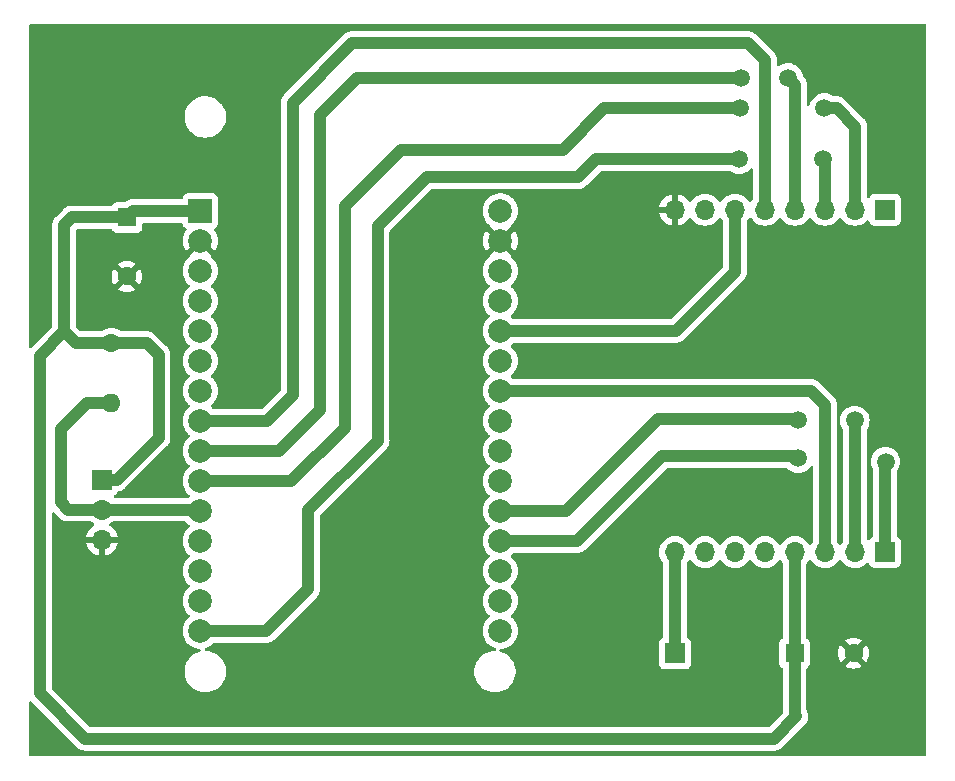
<source format=gbr>
%TF.GenerationSoftware,KiCad,Pcbnew,7.0.5*%
%TF.CreationDate,2024-02-04T15:02:51-03:00*%
%TF.ProjectId,ESP32LoraWAN,45535033-324c-46f7-9261-57414e2e6b69,rev?*%
%TF.SameCoordinates,Original*%
%TF.FileFunction,Copper,L2,Bot*%
%TF.FilePolarity,Positive*%
%FSLAX46Y46*%
G04 Gerber Fmt 4.6, Leading zero omitted, Abs format (unit mm)*
G04 Created by KiCad (PCBNEW 7.0.5) date 2024-02-04 15:02:51*
%MOMM*%
%LPD*%
G01*
G04 APERTURE LIST*
%TA.AperFunction,ComponentPad*%
%ADD10R,2.000000X2.000000*%
%TD*%
%TA.AperFunction,ComponentPad*%
%ADD11C,2.000000*%
%TD*%
%TA.AperFunction,ComponentPad*%
%ADD12R,1.600000X1.600000*%
%TD*%
%TA.AperFunction,ComponentPad*%
%ADD13C,1.600000*%
%TD*%
%TA.AperFunction,ComponentPad*%
%ADD14R,1.700000X1.700000*%
%TD*%
%TA.AperFunction,ComponentPad*%
%ADD15O,1.700000X1.700000*%
%TD*%
%TA.AperFunction,ComponentPad*%
%ADD16O,1.600000X1.600000*%
%TD*%
%TA.AperFunction,ViaPad*%
%ADD17C,1.500000*%
%TD*%
%TA.AperFunction,Conductor*%
%ADD18C,1.000000*%
%TD*%
G04 APERTURE END LIST*
D10*
%TO.P,U1,1,3V3*%
%TO.N,+3.3V*%
X91540000Y-56810000D03*
D11*
%TO.P,U1,2,GND*%
%TO.N,GND*%
X91540000Y-59350000D03*
%TO.P,U1,3,D15*%
%TO.N,unconnected-(U1-D15-Pad3)*%
X91540000Y-61890000D03*
%TO.P,U1,4,D2*%
%TO.N,unconnected-(U1-D2-Pad4)*%
X91540000Y-64430000D03*
%TO.P,U1,5,D4*%
%TO.N,unconnected-(U1-D4-Pad5)*%
X91540000Y-66970000D03*
%TO.P,U1,6,RX2*%
%TO.N,unconnected-(U1-RX2-Pad6)*%
X91540000Y-69510000D03*
%TO.P,U1,7,TX2*%
%TO.N,unconnected-(U1-TX2-Pad7)*%
X91540000Y-72050000D03*
%TO.P,U1,8,D5*%
%TO.N,Net-(J4-Pin_5)*%
X91540000Y-74590000D03*
%TO.P,U1,9,D18*%
%TO.N,Net-(J4-Pin_4)*%
X91540000Y-77130000D03*
%TO.P,U1,10,D19*%
%TO.N,Net-(J4-Pin_2)*%
X91540000Y-79670000D03*
%TO.P,U1,11,D21*%
%TO.N,Net-(J2-Pin_2)*%
X91540000Y-82210000D03*
%TO.P,U1,12,RX0*%
%TO.N,unconnected-(U1-RX0-Pad12)*%
X91540000Y-84750000D03*
%TO.P,U1,13,TX0*%
%TO.N,unconnected-(U1-TX0-Pad13)*%
X91540000Y-87290000D03*
%TO.P,U1,14,D22*%
%TO.N,unconnected-(U1-D22-Pad14)*%
X91540000Y-89830000D03*
%TO.P,U1,15,D23*%
%TO.N,Net-(J4-Pin_3)*%
X91540000Y-92370000D03*
%TO.P,U1,16,EN*%
%TO.N,unconnected-(U1-EN-Pad16)*%
X116940000Y-92370000D03*
%TO.P,U1,17,VP*%
%TO.N,unconnected-(U1-VP-Pad17)*%
X116940000Y-89830000D03*
%TO.P,U1,18,VN*%
%TO.N,unconnected-(U1-VN-Pad18)*%
X116940000Y-87290000D03*
%TO.P,U1,19,D34*%
%TO.N,Net-(J3-Pin_1)*%
X116940000Y-84750000D03*
%TO.P,U1,20,D35*%
%TO.N,Net-(J3-Pin_2)*%
X116940000Y-82210000D03*
%TO.P,U1,21,D32*%
%TO.N,unconnected-(U1-D32-Pad21)*%
X116940000Y-79670000D03*
%TO.P,U1,22,D33*%
%TO.N,unconnected-(U1-D33-Pad22)*%
X116940000Y-77130000D03*
%TO.P,U1,23,D25*%
%TO.N,unconnected-(U1-D25-Pad23)*%
X116940000Y-74590000D03*
%TO.P,U1,24,D26*%
%TO.N,Net-(J3-Pin_3)*%
X116940000Y-72050000D03*
%TO.P,U1,25,D27*%
%TO.N,unconnected-(U1-D27-Pad25)*%
X116940000Y-69510000D03*
%TO.P,U1,26,D14*%
%TO.N,Net-(J4-Pin_6)*%
X116940000Y-66970000D03*
%TO.P,U1,27,D12*%
%TO.N,unconnected-(U1-D12-Pad27)*%
X116940000Y-64430000D03*
%TO.P,U1,28,D13*%
%TO.N,unconnected-(U1-D13-Pad28)*%
X116940000Y-61890000D03*
%TO.P,U1,29,GND*%
%TO.N,GND*%
X116940000Y-59350000D03*
%TO.P,U1,30,VIN*%
%TO.N,unconnected-(U1-VIN-Pad30)*%
X116940000Y-56810000D03*
%TD*%
D12*
%TO.P,C3,1*%
%TO.N,+3.3V*%
X141847349Y-94250000D03*
D13*
%TO.P,C3,2*%
%TO.N,GND*%
X146847349Y-94250000D03*
%TD*%
D12*
%TO.P,C1,1*%
%TO.N,+3.3V*%
X85320000Y-57350000D03*
D13*
%TO.P,C1,2*%
%TO.N,GND*%
X85320000Y-62350000D03*
%TD*%
D14*
%TO.P,J2,1,Pin_1*%
%TO.N,+3.3V*%
X83200000Y-79560000D03*
D15*
%TO.P,J2,2,Pin_2*%
%TO.N,Net-(J2-Pin_2)*%
X83200000Y-82100000D03*
%TO.P,J2,3,Pin_3*%
%TO.N,GND*%
X83200000Y-84640000D03*
%TD*%
%TO.P,J3,8,Pin_8*%
%TO.N,Net-(J1-Pin_1)*%
X131730000Y-85700000D03*
%TO.P,J3,7,Pin_7*%
%TO.N,unconnected-(J3-Pin_7-Pad7)*%
X134270000Y-85700000D03*
%TO.P,J3,6,Pin_6*%
%TO.N,unconnected-(J3-Pin_6-Pad6)*%
X136810000Y-85700000D03*
%TO.P,J3,5,Pin_5*%
%TO.N,unconnected-(J3-Pin_5-Pad5)*%
X139350000Y-85700000D03*
%TO.P,J3,4,Pin_4*%
%TO.N,+3.3V*%
X141890000Y-85700000D03*
%TO.P,J3,3,Pin_3*%
%TO.N,Net-(J3-Pin_3)*%
X144430000Y-85700000D03*
%TO.P,J3,2,Pin_2*%
%TO.N,Net-(J3-Pin_2)*%
X146970000Y-85700000D03*
D14*
%TO.P,J3,1,Pin_1*%
%TO.N,Net-(J3-Pin_1)*%
X149510000Y-85700000D03*
%TD*%
%TO.P,J1,1,Pin_1*%
%TO.N,Net-(J1-Pin_1)*%
X131740000Y-94260000D03*
%TD*%
D15*
%TO.P,J4,8,Pin_8*%
%TO.N,GND*%
X131730000Y-56700000D03*
%TO.P,J4,7,Pin_7*%
%TO.N,unconnected-(J4-Pin_7-Pad7)*%
X134270000Y-56700000D03*
%TO.P,J4,6,Pin_6*%
%TO.N,Net-(J4-Pin_6)*%
X136810000Y-56700000D03*
%TO.P,J4,5,Pin_5*%
%TO.N,Net-(J4-Pin_5)*%
X139350000Y-56700000D03*
%TO.P,J4,4,Pin_4*%
%TO.N,Net-(J4-Pin_4)*%
X141890000Y-56700000D03*
%TO.P,J4,3,Pin_3*%
%TO.N,Net-(J4-Pin_3)*%
X144430000Y-56700000D03*
%TO.P,J4,2,Pin_2*%
%TO.N,Net-(J4-Pin_2)*%
X146970000Y-56700000D03*
D14*
%TO.P,J4,1,Pin_1*%
%TO.N,unconnected-(J4-Pin_1-Pad1)*%
X149510000Y-56700000D03*
%TD*%
D13*
%TO.P,R1,1*%
%TO.N,+3.3V*%
X84000000Y-68000000D03*
D16*
%TO.P,R1,2*%
%TO.N,Net-(J2-Pin_2)*%
X84000000Y-73080000D03*
%TD*%
D17*
%TO.N,GND*%
X88000000Y-84000000D03*
X88000000Y-80000000D03*
%TO.N,Net-(J3-Pin_1)*%
X149550000Y-78050000D03*
%TO.N,Net-(J3-Pin_2)*%
X146950000Y-74550000D03*
%TO.N,Net-(J3-Pin_1)*%
X142150000Y-77750000D03*
%TO.N,Net-(J3-Pin_2)*%
X142150000Y-74500000D03*
%TO.N,Net-(J4-Pin_2)*%
X144350000Y-48100000D03*
X137250000Y-48100000D03*
%TO.N,Net-(J4-Pin_3)*%
X137150000Y-52450000D03*
X144250000Y-52450000D03*
%TO.N,Net-(J4-Pin_4)*%
X137300000Y-45550000D03*
X141300000Y-45550000D03*
%TD*%
D18*
%TO.N,Net-(J3-Pin_2)*%
X142100000Y-74450000D02*
X142150000Y-74500000D01*
X122490000Y-82210000D02*
X130250000Y-74450000D01*
X130250000Y-74450000D02*
X142100000Y-74450000D01*
X116940000Y-82210000D02*
X122490000Y-82210000D01*
%TO.N,Net-(J3-Pin_1)*%
X142000000Y-77600000D02*
X142150000Y-77750000D01*
X123450000Y-84750000D02*
X130600000Y-77600000D01*
X116940000Y-84750000D02*
X123450000Y-84750000D01*
X130600000Y-77600000D02*
X142000000Y-77600000D01*
%TO.N,Net-(J3-Pin_3)*%
X143250000Y-72050000D02*
X144430000Y-73230000D01*
X116940000Y-72050000D02*
X143250000Y-72050000D01*
X144430000Y-73230000D02*
X144430000Y-85700000D01*
%TO.N,Net-(J3-Pin_1)*%
X141950000Y-77550000D02*
X142150000Y-77750000D01*
X149510000Y-85700000D02*
X149510000Y-78090000D01*
X149510000Y-78090000D02*
X149550000Y-78050000D01*
%TO.N,Net-(J3-Pin_2)*%
X146970000Y-74570000D02*
X146970000Y-85700000D01*
X146950000Y-74550000D02*
X146970000Y-74570000D01*
X142050000Y-74400000D02*
X142150000Y-74500000D01*
%TO.N,+3.3V*%
X141847349Y-85742651D02*
X141890000Y-85700000D01*
X141847349Y-94250000D02*
X141847349Y-85742651D01*
X142000000Y-99600000D02*
X141847349Y-99447349D01*
X140100000Y-101500000D02*
X142000000Y-99600000D01*
X141847349Y-99447349D02*
X141847349Y-94250000D01*
X77950000Y-97650000D02*
X81800000Y-101500000D01*
X81800000Y-101500000D02*
X140100000Y-101500000D01*
X77950000Y-69050000D02*
X77950000Y-97650000D01*
X80000000Y-67000000D02*
X77950000Y-69050000D01*
%TO.N,Net-(J4-Pin_3)*%
X125000000Y-52450000D02*
X137150000Y-52450000D01*
X106550000Y-58100000D02*
X110700000Y-53950000D01*
X106550000Y-76250000D02*
X106550000Y-58100000D01*
X110700000Y-53950000D02*
X123500000Y-53950000D01*
X100650000Y-82150000D02*
X106550000Y-76250000D01*
X100650000Y-88850000D02*
X100650000Y-82150000D01*
X97130000Y-92370000D02*
X100650000Y-88850000D01*
X91540000Y-92370000D02*
X97130000Y-92370000D01*
X123500000Y-53950000D02*
X125000000Y-52450000D01*
%TO.N,Net-(J4-Pin_2)*%
X125750000Y-48100000D02*
X137250000Y-48100000D01*
X122200000Y-51650000D02*
X125750000Y-48100000D01*
X108500000Y-51650000D02*
X122200000Y-51650000D01*
X99230000Y-79670000D02*
X103750000Y-75150000D01*
X103750000Y-56400000D02*
X108500000Y-51650000D01*
X91540000Y-79670000D02*
X99230000Y-79670000D01*
X103750000Y-75150000D02*
X103750000Y-56400000D01*
%TO.N,Net-(J4-Pin_4)*%
X98220000Y-77130000D02*
X101650000Y-73700000D01*
X101650000Y-48700000D02*
X104800000Y-45550000D01*
X104800000Y-45550000D02*
X137300000Y-45550000D01*
X91540000Y-77130000D02*
X98220000Y-77130000D01*
X101650000Y-73700000D02*
X101650000Y-48700000D01*
%TO.N,Net-(J4-Pin_5)*%
X99350000Y-72400000D02*
X97160000Y-74590000D01*
X139350000Y-44050000D02*
X137900000Y-42600000D01*
X137900000Y-42600000D02*
X104400000Y-42600000D01*
X99350000Y-47650000D02*
X99350000Y-72400000D01*
X139350000Y-56700000D02*
X139350000Y-44050000D01*
X104400000Y-42600000D02*
X99350000Y-47650000D01*
X97160000Y-74590000D02*
X91540000Y-74590000D01*
%TO.N,Net-(J4-Pin_6)*%
X131780000Y-66970000D02*
X136810000Y-61940000D01*
X116940000Y-66970000D02*
X131780000Y-66970000D01*
X136810000Y-61940000D02*
X136810000Y-56700000D01*
%TO.N,Net-(J1-Pin_1)*%
X131730000Y-94250000D02*
X131740000Y-94260000D01*
X131730000Y-85700000D02*
X131730000Y-94250000D01*
%TO.N,Net-(J4-Pin_3)*%
X144430000Y-52630000D02*
X144250000Y-52450000D01*
X144430000Y-56700000D02*
X144430000Y-52630000D01*
%TO.N,Net-(J4-Pin_2)*%
X146970000Y-49730000D02*
X146970000Y-56700000D01*
X147000000Y-49700000D02*
X146970000Y-49730000D01*
X145400000Y-48100000D02*
X147000000Y-49700000D01*
X144350000Y-48100000D02*
X145400000Y-48100000D01*
X144330000Y-48120000D02*
X144350000Y-48100000D01*
%TO.N,Net-(J4-Pin_4)*%
X141890000Y-46140000D02*
X141300000Y-45550000D01*
X141890000Y-56700000D02*
X141890000Y-46140000D01*
X137150000Y-45700000D02*
X137300000Y-45550000D01*
%TO.N,Net-(J4-Pin_3)*%
X144230000Y-52470000D02*
X144250000Y-52450000D01*
%TO.N,Net-(J4-Pin_4)*%
X137300000Y-45550000D02*
X137300000Y-45500000D01*
%TO.N,+3.3V*%
X87000000Y-68000000D02*
X84000000Y-68000000D01*
X88000000Y-69000000D02*
X87000000Y-68000000D01*
X84440000Y-79560000D02*
X88000000Y-76000000D01*
X83200000Y-79560000D02*
X84440000Y-79560000D01*
X88000000Y-76000000D02*
X88000000Y-69000000D01*
X81000000Y-68000000D02*
X84000000Y-68000000D01*
X80000000Y-58000000D02*
X80000000Y-67000000D01*
X80650000Y-57350000D02*
X80000000Y-58000000D01*
X85320000Y-57350000D02*
X80650000Y-57350000D01*
X80000000Y-67000000D02*
X81000000Y-68000000D01*
%TO.N,Net-(J2-Pin_2)*%
X81920000Y-73080000D02*
X84000000Y-73080000D01*
X79700000Y-81450000D02*
X79700000Y-75300000D01*
X79700000Y-75300000D02*
X81920000Y-73080000D01*
X83200000Y-82100000D02*
X80350000Y-82100000D01*
X80350000Y-82100000D02*
X79700000Y-81450000D01*
%TO.N,+3.3V*%
X85860000Y-56810000D02*
X85320000Y-57350000D01*
X85280000Y-57310000D02*
X85320000Y-57350000D01*
X91540000Y-56810000D02*
X85860000Y-56810000D01*
%TO.N,Net-(J1-Pin_1)*%
X131790000Y-85640000D02*
X131730000Y-85700000D01*
X131800000Y-94200000D02*
X131740000Y-94260000D01*
%TO.N,Net-(J2-Pin_2)*%
X83200000Y-82100000D02*
X91430000Y-82100000D01*
X91430000Y-82100000D02*
X91540000Y-82210000D01*
%TD*%
%TA.AperFunction,Conductor*%
%TO.N,GND*%
G36*
X152942539Y-41020185D02*
G01*
X152988294Y-41072989D01*
X152999500Y-41124500D01*
X152999500Y-102875500D01*
X152979815Y-102942539D01*
X152927011Y-102988294D01*
X152875500Y-102999500D01*
X77124000Y-102999500D01*
X77056961Y-102979815D01*
X77011206Y-102927011D01*
X77000000Y-102875500D01*
X77000000Y-98414283D01*
X77019685Y-98347244D01*
X77072489Y-98301489D01*
X77141647Y-98291545D01*
X77205203Y-98320570D01*
X77211681Y-98326602D01*
X77213966Y-98328887D01*
X77217170Y-98332343D01*
X77257134Y-98378895D01*
X77271964Y-98390375D01*
X77284299Y-98399923D01*
X77290186Y-98405107D01*
X79209409Y-100324329D01*
X81082986Y-102197906D01*
X81084051Y-102198997D01*
X81119252Y-102236028D01*
X81144940Y-102263052D01*
X81144947Y-102263058D01*
X81179053Y-102286795D01*
X81195303Y-102298106D01*
X81199044Y-102300926D01*
X81246593Y-102339698D01*
X81277045Y-102355604D01*
X81283756Y-102359671D01*
X81311951Y-102379295D01*
X81368332Y-102403490D01*
X81372567Y-102405501D01*
X81426951Y-102433909D01*
X81459973Y-102443356D01*
X81467365Y-102445989D01*
X81498940Y-102459539D01*
X81498941Y-102459540D01*
X81512054Y-102462234D01*
X81559055Y-102471892D01*
X81563595Y-102473006D01*
X81622582Y-102489886D01*
X81656841Y-102492494D01*
X81664609Y-102493585D01*
X81698255Y-102500500D01*
X81698259Y-102500500D01*
X81759601Y-102500500D01*
X81764308Y-102500678D01*
X81791597Y-102502757D01*
X81825475Y-102505337D01*
X81825475Y-102505336D01*
X81825476Y-102505337D01*
X81859559Y-102500996D01*
X81867389Y-102500500D01*
X140086507Y-102500500D01*
X140088069Y-102500519D01*
X140125283Y-102501462D01*
X140176358Y-102502757D01*
X140176358Y-102502756D01*
X140176363Y-102502757D01*
X140236753Y-102491932D01*
X140241412Y-102491280D01*
X140283607Y-102486988D01*
X140302438Y-102485074D01*
X140335227Y-102474786D01*
X140342840Y-102472918D01*
X140376653Y-102466858D01*
X140433621Y-102444101D01*
X140438053Y-102442524D01*
X140496588Y-102424159D01*
X140526627Y-102407484D01*
X140533708Y-102404122D01*
X140565617Y-102391377D01*
X140616854Y-102357608D01*
X140620851Y-102355187D01*
X140674502Y-102325409D01*
X140700568Y-102303030D01*
X140706843Y-102298300D01*
X140707145Y-102298101D01*
X140735519Y-102279402D01*
X140778917Y-102236002D01*
X140782336Y-102232834D01*
X140828895Y-102192866D01*
X140849931Y-102165688D01*
X140855101Y-102159818D01*
X142688444Y-100326475D01*
X142690670Y-100324358D01*
X142746213Y-100274179D01*
X142790498Y-100213868D01*
X142792378Y-100211438D01*
X142839698Y-100153407D01*
X142847158Y-100139123D01*
X142857118Y-100123143D01*
X142866649Y-100110167D01*
X142897893Y-100042164D01*
X142899270Y-100039360D01*
X142933909Y-99973049D01*
X142938339Y-99957567D01*
X142944881Y-99939901D01*
X142951605Y-99925268D01*
X142968518Y-99852384D01*
X142969299Y-99849364D01*
X142989887Y-99777418D01*
X142991110Y-99761358D01*
X142993962Y-99742737D01*
X142997602Y-99727054D01*
X142999497Y-99652257D01*
X142999656Y-99649122D01*
X143005337Y-99574522D01*
X143003303Y-99558556D01*
X143002348Y-99539741D01*
X143002757Y-99523637D01*
X142989558Y-99449999D01*
X142989082Y-99446892D01*
X142987358Y-99433358D01*
X142979630Y-99372672D01*
X142974418Y-99357427D01*
X142969698Y-99339198D01*
X142966858Y-99323347D01*
X142939098Y-99253852D01*
X142938015Y-99250926D01*
X142913818Y-99180134D01*
X142913814Y-99180124D01*
X142911546Y-99176272D01*
X142905644Y-99166246D01*
X142897350Y-99149337D01*
X142891379Y-99134387D01*
X142891377Y-99134385D01*
X142891377Y-99134383D01*
X142868311Y-99099385D01*
X142847857Y-99032579D01*
X142847849Y-99031151D01*
X142847849Y-95587180D01*
X142867534Y-95520141D01*
X142897536Y-95487914D01*
X143004895Y-95407546D01*
X143091145Y-95292331D01*
X143141440Y-95157483D01*
X143147849Y-95097873D01*
X143147849Y-94250002D01*
X145542383Y-94250002D01*
X145562207Y-94476599D01*
X145562209Y-94476610D01*
X145621079Y-94696317D01*
X145621083Y-94696326D01*
X145717214Y-94902481D01*
X145717215Y-94902483D01*
X145768322Y-94975471D01*
X145768323Y-94975472D01*
X146449395Y-94294399D01*
X146462184Y-94375148D01*
X146519708Y-94488045D01*
X146609304Y-94577641D01*
X146722201Y-94635165D01*
X146802948Y-94647953D01*
X146121875Y-95329025D01*
X146121875Y-95329026D01*
X146194861Y-95380131D01*
X146194865Y-95380133D01*
X146401022Y-95476265D01*
X146401031Y-95476269D01*
X146620738Y-95535139D01*
X146620749Y-95535141D01*
X146847347Y-95554966D01*
X146847351Y-95554966D01*
X147073948Y-95535141D01*
X147073959Y-95535139D01*
X147293666Y-95476269D01*
X147293680Y-95476264D01*
X147499827Y-95380136D01*
X147572821Y-95329025D01*
X146891750Y-94647953D01*
X146972497Y-94635165D01*
X147085394Y-94577641D01*
X147174990Y-94488045D01*
X147232514Y-94375148D01*
X147245302Y-94294400D01*
X147926374Y-94975472D01*
X147977485Y-94902478D01*
X148073613Y-94696331D01*
X148073618Y-94696317D01*
X148132488Y-94476610D01*
X148132490Y-94476599D01*
X148152315Y-94250002D01*
X148152315Y-94249997D01*
X148132490Y-94023400D01*
X148132488Y-94023389D01*
X148073618Y-93803682D01*
X148073614Y-93803673D01*
X147977482Y-93597516D01*
X147977480Y-93597512D01*
X147926375Y-93524526D01*
X147926374Y-93524526D01*
X147245302Y-94205598D01*
X147232514Y-94124852D01*
X147174990Y-94011955D01*
X147085394Y-93922359D01*
X146972497Y-93864835D01*
X146891749Y-93852046D01*
X147572821Y-93170974D01*
X147572820Y-93170973D01*
X147499832Y-93119866D01*
X147499830Y-93119865D01*
X147293675Y-93023734D01*
X147293666Y-93023730D01*
X147073959Y-92964860D01*
X147073948Y-92964858D01*
X146847351Y-92945034D01*
X146847347Y-92945034D01*
X146620749Y-92964858D01*
X146620738Y-92964860D01*
X146401031Y-93023730D01*
X146401022Y-93023734D01*
X146194862Y-93119868D01*
X146121876Y-93170972D01*
X146121875Y-93170973D01*
X146802949Y-93852046D01*
X146722201Y-93864835D01*
X146609304Y-93922359D01*
X146519708Y-94011955D01*
X146462184Y-94124852D01*
X146449395Y-94205599D01*
X145768322Y-93524526D01*
X145768321Y-93524527D01*
X145717217Y-93597513D01*
X145621083Y-93803673D01*
X145621079Y-93803682D01*
X145562209Y-94023389D01*
X145562207Y-94023400D01*
X145542383Y-94249997D01*
X145542383Y-94250002D01*
X143147849Y-94250002D01*
X143147848Y-93402128D01*
X143141440Y-93342517D01*
X143139329Y-93336858D01*
X143091146Y-93207671D01*
X143091142Y-93207664D01*
X143004896Y-93092455D01*
X142897537Y-93012085D01*
X142855667Y-92956151D01*
X142847849Y-92912819D01*
X142847849Y-86703409D01*
X142867534Y-86636370D01*
X142884168Y-86615728D01*
X142906177Y-86593719D01*
X142928495Y-86571401D01*
X143058426Y-86385841D01*
X143113002Y-86342217D01*
X143182500Y-86335023D01*
X143244855Y-86366546D01*
X143261575Y-86385842D01*
X143391500Y-86571395D01*
X143391505Y-86571401D01*
X143558599Y-86738495D01*
X143648034Y-86801118D01*
X143752165Y-86874032D01*
X143752167Y-86874033D01*
X143752170Y-86874035D01*
X143966337Y-86973903D01*
X144194592Y-87035063D01*
X144371034Y-87050500D01*
X144429999Y-87055659D01*
X144430000Y-87055659D01*
X144430001Y-87055659D01*
X144488966Y-87050500D01*
X144665408Y-87035063D01*
X144893663Y-86973903D01*
X145107830Y-86874035D01*
X145301401Y-86738495D01*
X145468495Y-86571401D01*
X145598426Y-86385841D01*
X145653002Y-86342217D01*
X145722500Y-86335023D01*
X145784855Y-86366546D01*
X145801575Y-86385842D01*
X145931500Y-86571395D01*
X145931505Y-86571401D01*
X146098599Y-86738495D01*
X146188034Y-86801118D01*
X146292165Y-86874032D01*
X146292167Y-86874033D01*
X146292170Y-86874035D01*
X146506337Y-86973903D01*
X146734592Y-87035063D01*
X146911034Y-87050500D01*
X146969999Y-87055659D01*
X146970000Y-87055659D01*
X146970001Y-87055659D01*
X147028966Y-87050500D01*
X147205408Y-87035063D01*
X147433663Y-86973903D01*
X147647830Y-86874035D01*
X147841401Y-86738495D01*
X147963329Y-86616566D01*
X148024648Y-86583084D01*
X148094340Y-86588068D01*
X148150274Y-86629939D01*
X148167189Y-86660917D01*
X148216202Y-86792328D01*
X148216206Y-86792335D01*
X148302452Y-86907544D01*
X148302455Y-86907547D01*
X148417664Y-86993793D01*
X148417671Y-86993797D01*
X148552517Y-87044091D01*
X148552516Y-87044091D01*
X148559444Y-87044835D01*
X148612127Y-87050500D01*
X150407872Y-87050499D01*
X150467483Y-87044091D01*
X150602331Y-86993796D01*
X150717546Y-86907546D01*
X150803796Y-86792331D01*
X150854091Y-86657483D01*
X150860500Y-86597873D01*
X150860499Y-84802128D01*
X150854091Y-84742517D01*
X150852869Y-84739241D01*
X150803797Y-84607671D01*
X150803793Y-84607664D01*
X150717547Y-84492455D01*
X150717544Y-84492452D01*
X150602335Y-84406206D01*
X150602332Y-84406205D01*
X150602331Y-84406204D01*
X150591161Y-84402038D01*
X150535231Y-84360166D01*
X150510816Y-84294701D01*
X150510500Y-84285858D01*
X150510500Y-78897541D01*
X150530185Y-78830502D01*
X150532894Y-78826463D01*
X150637102Y-78677639D01*
X150729575Y-78479330D01*
X150786207Y-78267977D01*
X150803306Y-78072524D01*
X150805277Y-78050002D01*
X150805277Y-78049997D01*
X150801569Y-78007618D01*
X150786207Y-77832023D01*
X150729575Y-77620670D01*
X150637102Y-77422362D01*
X150637100Y-77422359D01*
X150637099Y-77422357D01*
X150511599Y-77243124D01*
X150511596Y-77243121D01*
X150356877Y-77088402D01*
X150182715Y-76966452D01*
X150177638Y-76962897D01*
X150058057Y-76907136D01*
X149979330Y-76870425D01*
X149979326Y-76870424D01*
X149979322Y-76870422D01*
X149767977Y-76813793D01*
X149550002Y-76794723D01*
X149549998Y-76794723D01*
X149404682Y-76807436D01*
X149332023Y-76813793D01*
X149332020Y-76813793D01*
X149120677Y-76870422D01*
X149120668Y-76870426D01*
X148922361Y-76962898D01*
X148922357Y-76962900D01*
X148743121Y-77088402D01*
X148588402Y-77243121D01*
X148462900Y-77422357D01*
X148462898Y-77422361D01*
X148370426Y-77620668D01*
X148370422Y-77620677D01*
X148313793Y-77832020D01*
X148313793Y-77832024D01*
X148294723Y-78049997D01*
X148294723Y-78050002D01*
X148299413Y-78103612D01*
X148312268Y-78250550D01*
X148313793Y-78267975D01*
X148313793Y-78267979D01*
X148370422Y-78479322D01*
X148370424Y-78479326D01*
X148370425Y-78479330D01*
X148455660Y-78662116D01*
X148462898Y-78677639D01*
X148462901Y-78677645D01*
X148487074Y-78712166D01*
X148509402Y-78778372D01*
X148509500Y-78783290D01*
X148509500Y-84285858D01*
X148489815Y-84352897D01*
X148437011Y-84398652D01*
X148428847Y-84402034D01*
X148417669Y-84406204D01*
X148417664Y-84406206D01*
X148302455Y-84492452D01*
X148302452Y-84492455D01*
X148216206Y-84607664D01*
X148216202Y-84607671D01*
X148210682Y-84622473D01*
X148168811Y-84678407D01*
X148103346Y-84702824D01*
X148035073Y-84687972D01*
X147985668Y-84638567D01*
X147970500Y-84579140D01*
X147970500Y-75311853D01*
X147990185Y-75244814D01*
X147992909Y-75240751D01*
X148037102Y-75177639D01*
X148129575Y-74979330D01*
X148186207Y-74767977D01*
X148205277Y-74550000D01*
X148186207Y-74332023D01*
X148129575Y-74120670D01*
X148037102Y-73922362D01*
X148037100Y-73922359D01*
X148037099Y-73922357D01*
X147911599Y-73743124D01*
X147837899Y-73669424D01*
X147756877Y-73588402D01*
X147618978Y-73491844D01*
X147577638Y-73462897D01*
X147470414Y-73412898D01*
X147379330Y-73370425D01*
X147379326Y-73370424D01*
X147379322Y-73370422D01*
X147167977Y-73313793D01*
X146950002Y-73294723D01*
X146949998Y-73294723D01*
X146813190Y-73306692D01*
X146732023Y-73313793D01*
X146732020Y-73313793D01*
X146520677Y-73370422D01*
X146520668Y-73370426D01*
X146322361Y-73462898D01*
X146322357Y-73462900D01*
X146143121Y-73588402D01*
X145988402Y-73743121D01*
X145862900Y-73922357D01*
X145862898Y-73922361D01*
X145770426Y-74120668D01*
X145770422Y-74120677D01*
X145713793Y-74332020D01*
X145713793Y-74332023D01*
X145710853Y-74365633D01*
X145694723Y-74549997D01*
X145694723Y-74550002D01*
X145713793Y-74767975D01*
X145713793Y-74767979D01*
X145770422Y-74979322D01*
X145770424Y-74979326D01*
X145770425Y-74979330D01*
X145862898Y-75177639D01*
X145947075Y-75297856D01*
X145969402Y-75364061D01*
X145969500Y-75368979D01*
X145969500Y-84739241D01*
X145949815Y-84806280D01*
X145933181Y-84826922D01*
X145931505Y-84828597D01*
X145801575Y-85014158D01*
X145746998Y-85057783D01*
X145677500Y-85064977D01*
X145615145Y-85033454D01*
X145598425Y-85014158D01*
X145468499Y-84828604D01*
X145468489Y-84828592D01*
X145466811Y-84826914D01*
X145466308Y-84825994D01*
X145465018Y-84824456D01*
X145465327Y-84824196D01*
X145433331Y-84765588D01*
X145430500Y-84739241D01*
X145430500Y-73243491D01*
X145430520Y-73241921D01*
X145432757Y-73153641D01*
X145432756Y-73153640D01*
X145432757Y-73153637D01*
X145421933Y-73093249D01*
X145421280Y-73088587D01*
X145415074Y-73027563D01*
X145415074Y-73027562D01*
X145404784Y-72994768D01*
X145402917Y-72987155D01*
X145396858Y-72953347D01*
X145396857Y-72953345D01*
X145374102Y-72896379D01*
X145372521Y-72891938D01*
X145360402Y-72853313D01*
X145354159Y-72833412D01*
X145354158Y-72833410D01*
X145354157Y-72833407D01*
X145337488Y-72803378D01*
X145334117Y-72796278D01*
X145321378Y-72764386D01*
X145321377Y-72764383D01*
X145287620Y-72713163D01*
X145285180Y-72709134D01*
X145274379Y-72689675D01*
X145255409Y-72655498D01*
X145255407Y-72655495D01*
X145236527Y-72633504D01*
X145233030Y-72629431D01*
X145228302Y-72623159D01*
X145209402Y-72594481D01*
X145166012Y-72551091D01*
X145162822Y-72547648D01*
X145122867Y-72501106D01*
X145122863Y-72501102D01*
X145095698Y-72480074D01*
X145089811Y-72474890D01*
X143967010Y-71352090D01*
X143965914Y-71350966D01*
X143905061Y-71286949D01*
X143905060Y-71286948D01*
X143905059Y-71286947D01*
X143877204Y-71267559D01*
X143854709Y-71251902D01*
X143850946Y-71249064D01*
X143803413Y-71210305D01*
X143803406Y-71210300D01*
X143772959Y-71194397D01*
X143766251Y-71190334D01*
X143738049Y-71170705D01*
X143738046Y-71170703D01*
X143738045Y-71170703D01*
X143738041Y-71170701D01*
X143681680Y-71146514D01*
X143677424Y-71144493D01*
X143623057Y-71116094D01*
X143623050Y-71116091D01*
X143623049Y-71116091D01*
X143617008Y-71114362D01*
X143590030Y-71106642D01*
X143582630Y-71104008D01*
X143551057Y-71090459D01*
X143551058Y-71090459D01*
X143490966Y-71078109D01*
X143486391Y-71076986D01*
X143427420Y-71060113D01*
X143427425Y-71060113D01*
X143393158Y-71057503D01*
X143385380Y-71056412D01*
X143351742Y-71049500D01*
X143351741Y-71049500D01*
X143290402Y-71049500D01*
X143285695Y-71049321D01*
X143280121Y-71048896D01*
X143224524Y-71044662D01*
X143204589Y-71047201D01*
X143190440Y-71049003D01*
X143182611Y-71049500D01*
X118112855Y-71049500D01*
X118045816Y-71029815D01*
X118021626Y-71009483D01*
X117959747Y-70942265D01*
X117959744Y-70942262D01*
X117959744Y-70942261D01*
X117876991Y-70877852D01*
X117836179Y-70821143D01*
X117832504Y-70751370D01*
X117867136Y-70690687D01*
X117876985Y-70682151D01*
X117959744Y-70617738D01*
X118128164Y-70434785D01*
X118264173Y-70226607D01*
X118364063Y-69998881D01*
X118425108Y-69757821D01*
X118445643Y-69510000D01*
X118441979Y-69465783D01*
X118425109Y-69262187D01*
X118425107Y-69262175D01*
X118364063Y-69021118D01*
X118264173Y-68793393D01*
X118128166Y-68585217D01*
X118106557Y-68561744D01*
X117959744Y-68402262D01*
X117876991Y-68337852D01*
X117836179Y-68281143D01*
X117832504Y-68211370D01*
X117867136Y-68150687D01*
X117876985Y-68142151D01*
X117959744Y-68077738D01*
X117984194Y-68051177D01*
X118021626Y-68010517D01*
X118081513Y-67974526D01*
X118112855Y-67970500D01*
X131766507Y-67970500D01*
X131768069Y-67970519D01*
X131805283Y-67971462D01*
X131856358Y-67972757D01*
X131856358Y-67972756D01*
X131856363Y-67972757D01*
X131916753Y-67961932D01*
X131921412Y-67961280D01*
X131963607Y-67956988D01*
X131982438Y-67955074D01*
X132015227Y-67944786D01*
X132022840Y-67942918D01*
X132056653Y-67936858D01*
X132113621Y-67914101D01*
X132118053Y-67912524D01*
X132176588Y-67894159D01*
X132206627Y-67877484D01*
X132213708Y-67874122D01*
X132245617Y-67861377D01*
X132296854Y-67827608D01*
X132300851Y-67825187D01*
X132354502Y-67795409D01*
X132380568Y-67773030D01*
X132386843Y-67768300D01*
X132415519Y-67749402D01*
X132458892Y-67706027D01*
X132462350Y-67702823D01*
X132465613Y-67700020D01*
X132508895Y-67662866D01*
X132529928Y-67635691D01*
X132535098Y-67629821D01*
X137507981Y-62656937D01*
X137508994Y-62655950D01*
X137573053Y-62595059D01*
X137608099Y-62544706D01*
X137610938Y-62540941D01*
X137614612Y-62536435D01*
X137649698Y-62493407D01*
X137665601Y-62462960D01*
X137669674Y-62456239D01*
X137674489Y-62449320D01*
X137689295Y-62428049D01*
X137713492Y-62371660D01*
X137715498Y-62367435D01*
X137743909Y-62313049D01*
X137753357Y-62280022D01*
X137755988Y-62272633D01*
X137769540Y-62241058D01*
X137781895Y-62180930D01*
X137782999Y-62176429D01*
X137799886Y-62117418D01*
X137802494Y-62083157D01*
X137803585Y-62075389D01*
X137810500Y-62041743D01*
X137810500Y-61980398D01*
X137810679Y-61975688D01*
X137815337Y-61914524D01*
X137812473Y-61892038D01*
X137810997Y-61880442D01*
X137810500Y-61872603D01*
X137810500Y-57660758D01*
X137830185Y-57593719D01*
X137846827Y-57573069D01*
X137847312Y-57572584D01*
X137848495Y-57571401D01*
X137978426Y-57385840D01*
X138033001Y-57342217D01*
X138102499Y-57335023D01*
X138164854Y-57366546D01*
X138181574Y-57385841D01*
X138222957Y-57444941D01*
X138311505Y-57571401D01*
X138478599Y-57738495D01*
X138564926Y-57798942D01*
X138672165Y-57874032D01*
X138672167Y-57874033D01*
X138672170Y-57874035D01*
X138886337Y-57973903D01*
X139114592Y-58035063D01*
X139291034Y-58050500D01*
X139349999Y-58055659D01*
X139350000Y-58055659D01*
X139350001Y-58055659D01*
X139408966Y-58050500D01*
X139585408Y-58035063D01*
X139813663Y-57973903D01*
X140027830Y-57874035D01*
X140221401Y-57738495D01*
X140388495Y-57571401D01*
X140518426Y-57385841D01*
X140573002Y-57342217D01*
X140642500Y-57335023D01*
X140704855Y-57366546D01*
X140721575Y-57385842D01*
X140851281Y-57571082D01*
X140851505Y-57571401D01*
X141018599Y-57738495D01*
X141104926Y-57798942D01*
X141212165Y-57874032D01*
X141212167Y-57874033D01*
X141212170Y-57874035D01*
X141426337Y-57973903D01*
X141654592Y-58035063D01*
X141831034Y-58050500D01*
X141889999Y-58055659D01*
X141890000Y-58055659D01*
X141890001Y-58055659D01*
X141948966Y-58050500D01*
X142125408Y-58035063D01*
X142353663Y-57973903D01*
X142567830Y-57874035D01*
X142761401Y-57738495D01*
X142928495Y-57571401D01*
X143058426Y-57385841D01*
X143113002Y-57342217D01*
X143182500Y-57335023D01*
X143244855Y-57366546D01*
X143261575Y-57385842D01*
X143391281Y-57571082D01*
X143391505Y-57571401D01*
X143558599Y-57738495D01*
X143644926Y-57798942D01*
X143752165Y-57874032D01*
X143752167Y-57874033D01*
X143752170Y-57874035D01*
X143966337Y-57973903D01*
X144194592Y-58035063D01*
X144371034Y-58050500D01*
X144429999Y-58055659D01*
X144430000Y-58055659D01*
X144430001Y-58055659D01*
X144488966Y-58050500D01*
X144665408Y-58035063D01*
X144893663Y-57973903D01*
X145107830Y-57874035D01*
X145301401Y-57738495D01*
X145468495Y-57571401D01*
X145598426Y-57385841D01*
X145653002Y-57342217D01*
X145722500Y-57335023D01*
X145784855Y-57366546D01*
X145801575Y-57385842D01*
X145931281Y-57571082D01*
X145931505Y-57571401D01*
X146098599Y-57738495D01*
X146184926Y-57798942D01*
X146292165Y-57874032D01*
X146292167Y-57874033D01*
X146292170Y-57874035D01*
X146506337Y-57973903D01*
X146734592Y-58035063D01*
X146911034Y-58050500D01*
X146969999Y-58055659D01*
X146970000Y-58055659D01*
X146970001Y-58055659D01*
X147028966Y-58050500D01*
X147205408Y-58035063D01*
X147433663Y-57973903D01*
X147647830Y-57874035D01*
X147841401Y-57738495D01*
X147963329Y-57616566D01*
X148024648Y-57583084D01*
X148094340Y-57588068D01*
X148150274Y-57629939D01*
X148167189Y-57660917D01*
X148216202Y-57792328D01*
X148216206Y-57792335D01*
X148302452Y-57907544D01*
X148302455Y-57907547D01*
X148417664Y-57993793D01*
X148417671Y-57993797D01*
X148552517Y-58044091D01*
X148552516Y-58044091D01*
X148559444Y-58044835D01*
X148612127Y-58050500D01*
X150407872Y-58050499D01*
X150467483Y-58044091D01*
X150602331Y-57993796D01*
X150717546Y-57907546D01*
X150803796Y-57792331D01*
X150854091Y-57657483D01*
X150860500Y-57597873D01*
X150860499Y-55802128D01*
X150854091Y-55742517D01*
X150852869Y-55739241D01*
X150803797Y-55607671D01*
X150803793Y-55607664D01*
X150717547Y-55492455D01*
X150717544Y-55492452D01*
X150602335Y-55406206D01*
X150602328Y-55406202D01*
X150467482Y-55355908D01*
X150467483Y-55355908D01*
X150407883Y-55349501D01*
X150407881Y-55349500D01*
X150407873Y-55349500D01*
X150407864Y-55349500D01*
X148612129Y-55349500D01*
X148612123Y-55349501D01*
X148552516Y-55355908D01*
X148417671Y-55406202D01*
X148417664Y-55406206D01*
X148302455Y-55492452D01*
X148302452Y-55492455D01*
X148216206Y-55607664D01*
X148216202Y-55607671D01*
X148210682Y-55622473D01*
X148168811Y-55678407D01*
X148103346Y-55702824D01*
X148035073Y-55687972D01*
X147985668Y-55638567D01*
X147970500Y-55579140D01*
X147970500Y-49962561D01*
X147975284Y-49928449D01*
X147989886Y-49877418D01*
X147991108Y-49861362D01*
X147993960Y-49842749D01*
X147997603Y-49827054D01*
X147997603Y-49827051D01*
X147999498Y-49752244D01*
X147999657Y-49749105D01*
X148001287Y-49727697D01*
X148005337Y-49674524D01*
X148003302Y-49658555D01*
X148002348Y-49639742D01*
X148002757Y-49623637D01*
X147989553Y-49549975D01*
X147989082Y-49546895D01*
X147979630Y-49472673D01*
X147974418Y-49457428D01*
X147969698Y-49439199D01*
X147966858Y-49423348D01*
X147939094Y-49353843D01*
X147938019Y-49350940D01*
X147913816Y-49280128D01*
X147905644Y-49266246D01*
X147897355Y-49249346D01*
X147891379Y-49234384D01*
X147891377Y-49234380D01*
X147850205Y-49171912D01*
X147848543Y-49169245D01*
X147810593Y-49104778D01*
X147810592Y-49104777D01*
X147810590Y-49104773D01*
X147799784Y-49092813D01*
X147788268Y-49077935D01*
X147779402Y-49064482D01*
X147779400Y-49064480D01*
X147779399Y-49064478D01*
X147726513Y-49011593D01*
X147724349Y-49009316D01*
X147674180Y-48953788D01*
X147674179Y-48953787D01*
X147661186Y-48944246D01*
X147646905Y-48931985D01*
X146891967Y-48177047D01*
X146116973Y-47402053D01*
X146115915Y-47400967D01*
X146055061Y-47336949D01*
X146055060Y-47336948D01*
X146055059Y-47336947D01*
X146026933Y-47317371D01*
X146004709Y-47301902D01*
X146000946Y-47299064D01*
X145953413Y-47260305D01*
X145953406Y-47260300D01*
X145922959Y-47244397D01*
X145916251Y-47240334D01*
X145888049Y-47220705D01*
X145888046Y-47220703D01*
X145888045Y-47220703D01*
X145888041Y-47220701D01*
X145831680Y-47196514D01*
X145827424Y-47194493D01*
X145773057Y-47166094D01*
X145773050Y-47166091D01*
X145773049Y-47166091D01*
X145767008Y-47164362D01*
X145740030Y-47156642D01*
X145732630Y-47154008D01*
X145701057Y-47140459D01*
X145701058Y-47140459D01*
X145640966Y-47128109D01*
X145636391Y-47126986D01*
X145577420Y-47110113D01*
X145577425Y-47110113D01*
X145543158Y-47107503D01*
X145535380Y-47106412D01*
X145501742Y-47099500D01*
X145501741Y-47099500D01*
X145440402Y-47099500D01*
X145435695Y-47099321D01*
X145430121Y-47098896D01*
X145374524Y-47094662D01*
X145354589Y-47097201D01*
X145340440Y-47099003D01*
X145332611Y-47099500D01*
X145140417Y-47099500D01*
X145073378Y-47079815D01*
X145069294Y-47077075D01*
X144977643Y-47012900D01*
X144977639Y-47012898D01*
X144939130Y-46994941D01*
X144779330Y-46920425D01*
X144779326Y-46920424D01*
X144779322Y-46920422D01*
X144567977Y-46863793D01*
X144350002Y-46844723D01*
X144349998Y-46844723D01*
X144204681Y-46857436D01*
X144132023Y-46863793D01*
X144132020Y-46863793D01*
X143920677Y-46920422D01*
X143920668Y-46920426D01*
X143722361Y-47012898D01*
X143722357Y-47012900D01*
X143543121Y-47138402D01*
X143388402Y-47293121D01*
X143262900Y-47472357D01*
X143262898Y-47472361D01*
X143170426Y-47670668D01*
X143170422Y-47670677D01*
X143134275Y-47805583D01*
X143097910Y-47865244D01*
X143035063Y-47895773D01*
X142965688Y-47887478D01*
X142911810Y-47842993D01*
X142890535Y-47776441D01*
X142890500Y-47773490D01*
X142890500Y-46153491D01*
X142890520Y-46151921D01*
X142892757Y-46063641D01*
X142892756Y-46063640D01*
X142892757Y-46063637D01*
X142881933Y-46003249D01*
X142881280Y-45998587D01*
X142875074Y-45937563D01*
X142875074Y-45937562D01*
X142864784Y-45904768D01*
X142862917Y-45897155D01*
X142856858Y-45863347D01*
X142856857Y-45863345D01*
X142834102Y-45806379D01*
X142832521Y-45801938D01*
X142814157Y-45743407D01*
X142797488Y-45713378D01*
X142794117Y-45706278D01*
X142781378Y-45674386D01*
X142781377Y-45674383D01*
X142747620Y-45623163D01*
X142745180Y-45619134D01*
X142734379Y-45599675D01*
X142715409Y-45565498D01*
X142715407Y-45565495D01*
X142693033Y-45539434D01*
X142688302Y-45533159D01*
X142669402Y-45504481D01*
X142626033Y-45461112D01*
X142622829Y-45457656D01*
X142582866Y-45411105D01*
X142582861Y-45411101D01*
X142578315Y-45406780D01*
X142579121Y-45405931D01*
X142541906Y-45354498D01*
X142536658Y-45334583D01*
X142536206Y-45332020D01*
X142479577Y-45120677D01*
X142479576Y-45120676D01*
X142479575Y-45120670D01*
X142387102Y-44922362D01*
X142387100Y-44922359D01*
X142387099Y-44922357D01*
X142261599Y-44743124D01*
X142210858Y-44692383D01*
X142106877Y-44588402D01*
X141929814Y-44464421D01*
X141927638Y-44462897D01*
X141828484Y-44416661D01*
X141729330Y-44370425D01*
X141729326Y-44370424D01*
X141729322Y-44370422D01*
X141517977Y-44313793D01*
X141300002Y-44294723D01*
X141299998Y-44294723D01*
X141154681Y-44307436D01*
X141082023Y-44313793D01*
X141082020Y-44313793D01*
X140870677Y-44370422D01*
X140870668Y-44370426D01*
X140672361Y-44462898D01*
X140672357Y-44462901D01*
X140545623Y-44551640D01*
X140479417Y-44573967D01*
X140411649Y-44556956D01*
X140363837Y-44506008D01*
X140350500Y-44450065D01*
X140350500Y-44063491D01*
X140350520Y-44061921D01*
X140352757Y-43973641D01*
X140352756Y-43973640D01*
X140352757Y-43973637D01*
X140341933Y-43913253D01*
X140341280Y-43908587D01*
X140338034Y-43876674D01*
X140335074Y-43847562D01*
X140324788Y-43814780D01*
X140322918Y-43807166D01*
X140316858Y-43773348D01*
X140294092Y-43716352D01*
X140292527Y-43711955D01*
X140274159Y-43653412D01*
X140257491Y-43623382D01*
X140254120Y-43616284D01*
X140241378Y-43584383D01*
X140207605Y-43533139D01*
X140205183Y-43529142D01*
X140175409Y-43475498D01*
X140153034Y-43449434D01*
X140148306Y-43443163D01*
X140129404Y-43414484D01*
X140129399Y-43414478D01*
X140107715Y-43392795D01*
X140086019Y-43371099D01*
X140082828Y-43367655D01*
X140042865Y-43321104D01*
X140015694Y-43300072D01*
X140009807Y-43294887D01*
X138616973Y-41902053D01*
X138615915Y-41900967D01*
X138555061Y-41836949D01*
X138555060Y-41836948D01*
X138555059Y-41836947D01*
X138527204Y-41817559D01*
X138504709Y-41801902D01*
X138500946Y-41799064D01*
X138453413Y-41760305D01*
X138453406Y-41760300D01*
X138422959Y-41744397D01*
X138416251Y-41740334D01*
X138388049Y-41720705D01*
X138388046Y-41720703D01*
X138388045Y-41720703D01*
X138388041Y-41720701D01*
X138331680Y-41696514D01*
X138327424Y-41694493D01*
X138273057Y-41666094D01*
X138273050Y-41666091D01*
X138273049Y-41666091D01*
X138267008Y-41664362D01*
X138240030Y-41656642D01*
X138232630Y-41654008D01*
X138201057Y-41640459D01*
X138201058Y-41640459D01*
X138140966Y-41628109D01*
X138136391Y-41626986D01*
X138077420Y-41610113D01*
X138077425Y-41610113D01*
X138043158Y-41607503D01*
X138035380Y-41606412D01*
X138001742Y-41599500D01*
X138001741Y-41599500D01*
X137940402Y-41599500D01*
X137935695Y-41599321D01*
X137930121Y-41598896D01*
X137874524Y-41594662D01*
X137854589Y-41597201D01*
X137840440Y-41599003D01*
X137832611Y-41599500D01*
X104413452Y-41599500D01*
X104411889Y-41599480D01*
X104323636Y-41597244D01*
X104323635Y-41597244D01*
X104323626Y-41597244D01*
X104263263Y-41608064D01*
X104258597Y-41608718D01*
X104197564Y-41614925D01*
X104164780Y-41625210D01*
X104157153Y-41627082D01*
X104123349Y-41633141D01*
X104066381Y-41655895D01*
X104061945Y-41657474D01*
X104003414Y-41675840D01*
X104003410Y-41675842D01*
X103973378Y-41692510D01*
X103966284Y-41695879D01*
X103934382Y-41708623D01*
X103934377Y-41708625D01*
X103883156Y-41742381D01*
X103879128Y-41744822D01*
X103825501Y-41774588D01*
X103799434Y-41796965D01*
X103793165Y-41801692D01*
X103764484Y-41820595D01*
X103764478Y-41820600D01*
X103721109Y-41863968D01*
X103717655Y-41867169D01*
X103671102Y-41907136D01*
X103650076Y-41934298D01*
X103644885Y-41940192D01*
X98652091Y-46932987D01*
X98650967Y-46934083D01*
X98586946Y-46994942D01*
X98551899Y-47045294D01*
X98549062Y-47049056D01*
X98510302Y-47096592D01*
X98510299Y-47096597D01*
X98494392Y-47127047D01*
X98490324Y-47133761D01*
X98470702Y-47161954D01*
X98446509Y-47218330D01*
X98444488Y-47222584D01*
X98416091Y-47276951D01*
X98416090Y-47276952D01*
X98406640Y-47309975D01*
X98404007Y-47317371D01*
X98390459Y-47348943D01*
X98378113Y-47409019D01*
X98376990Y-47413595D01*
X98360113Y-47472577D01*
X98360113Y-47472579D01*
X98357503Y-47506841D01*
X98356414Y-47514608D01*
X98350980Y-47541052D01*
X98349500Y-47548258D01*
X98349500Y-47609597D01*
X98349321Y-47614306D01*
X98344662Y-47675474D01*
X98346707Y-47691527D01*
X98349003Y-47709560D01*
X98349500Y-47717388D01*
X98349500Y-71934217D01*
X98329815Y-72001256D01*
X98313181Y-72021898D01*
X96781899Y-73553181D01*
X96720576Y-73586666D01*
X96694218Y-73589500D01*
X92712855Y-73589500D01*
X92645816Y-73569815D01*
X92621626Y-73549483D01*
X92559747Y-73482265D01*
X92559744Y-73482262D01*
X92517651Y-73449500D01*
X92476991Y-73417852D01*
X92436179Y-73361143D01*
X92432504Y-73291370D01*
X92467136Y-73230687D01*
X92476985Y-73222151D01*
X92559744Y-73157738D01*
X92728164Y-72974785D01*
X92864173Y-72766607D01*
X92964063Y-72538881D01*
X93025108Y-72297821D01*
X93025109Y-72297812D01*
X93045643Y-72050005D01*
X93045643Y-72049994D01*
X93025109Y-71802187D01*
X93025107Y-71802175D01*
X92964063Y-71561118D01*
X92864173Y-71333393D01*
X92728166Y-71125217D01*
X92668233Y-71060113D01*
X92559744Y-70942262D01*
X92476991Y-70877852D01*
X92436179Y-70821143D01*
X92432504Y-70751370D01*
X92467136Y-70690687D01*
X92476985Y-70682151D01*
X92559744Y-70617738D01*
X92728164Y-70434785D01*
X92864173Y-70226607D01*
X92964063Y-69998881D01*
X93025108Y-69757821D01*
X93045643Y-69510000D01*
X93041979Y-69465783D01*
X93025109Y-69262187D01*
X93025107Y-69262175D01*
X92964063Y-69021118D01*
X92864173Y-68793393D01*
X92728166Y-68585217D01*
X92706557Y-68561744D01*
X92559744Y-68402262D01*
X92476991Y-68337852D01*
X92436179Y-68281143D01*
X92432504Y-68211370D01*
X92467136Y-68150687D01*
X92476985Y-68142151D01*
X92559744Y-68077738D01*
X92728164Y-67894785D01*
X92864173Y-67686607D01*
X92964063Y-67458881D01*
X93025108Y-67217821D01*
X93026539Y-67200555D01*
X93045643Y-66970005D01*
X93045643Y-66969994D01*
X93025109Y-66722187D01*
X93025107Y-66722175D01*
X92964063Y-66481118D01*
X92864173Y-66253393D01*
X92728166Y-66045217D01*
X92658463Y-65969500D01*
X92559744Y-65862262D01*
X92476991Y-65797852D01*
X92436179Y-65741143D01*
X92432504Y-65671370D01*
X92467136Y-65610687D01*
X92476985Y-65602151D01*
X92559744Y-65537738D01*
X92728164Y-65354785D01*
X92864173Y-65146607D01*
X92964063Y-64918881D01*
X93025108Y-64677821D01*
X93045643Y-64430000D01*
X93025108Y-64182179D01*
X92964063Y-63941119D01*
X92864173Y-63713393D01*
X92813049Y-63635141D01*
X92728166Y-63505217D01*
X92658026Y-63429025D01*
X92559744Y-63322262D01*
X92476991Y-63257852D01*
X92436179Y-63201143D01*
X92432504Y-63131370D01*
X92467136Y-63070687D01*
X92476985Y-63062151D01*
X92559744Y-62997738D01*
X92728164Y-62814785D01*
X92864173Y-62606607D01*
X92964063Y-62378881D01*
X93025108Y-62137821D01*
X93026799Y-62117416D01*
X93045643Y-61890005D01*
X93045643Y-61889994D01*
X93025109Y-61642187D01*
X93025107Y-61642175D01*
X92964063Y-61401118D01*
X92864173Y-61173393D01*
X92728166Y-60965217D01*
X92706557Y-60941744D01*
X92559744Y-60782262D01*
X92456253Y-60701712D01*
X92415442Y-60645003D01*
X92408655Y-60596176D01*
X92410056Y-60573609D01*
X91681367Y-59844918D01*
X91685161Y-59844373D01*
X91818562Y-59783451D01*
X91929395Y-59687413D01*
X92008682Y-59564040D01*
X92031132Y-59487580D01*
X92763434Y-60219882D01*
X92863731Y-60066369D01*
X92963587Y-59838717D01*
X93024612Y-59597738D01*
X93024614Y-59597729D01*
X93045141Y-59350005D01*
X93045141Y-59349994D01*
X93024614Y-59102270D01*
X93024612Y-59102261D01*
X92963587Y-58861282D01*
X92863733Y-58633635D01*
X92732817Y-58433252D01*
X92712630Y-58366362D01*
X92731810Y-58299176D01*
X92777203Y-58256595D01*
X92782321Y-58253799D01*
X92782331Y-58253796D01*
X92897546Y-58167546D01*
X92983796Y-58052331D01*
X93034091Y-57917483D01*
X93040500Y-57857873D01*
X93040499Y-55762128D01*
X93034091Y-55702517D01*
X93018938Y-55661891D01*
X92983797Y-55567671D01*
X92983793Y-55567664D01*
X92897547Y-55452455D01*
X92897544Y-55452452D01*
X92782335Y-55366206D01*
X92782328Y-55366202D01*
X92647482Y-55315908D01*
X92647483Y-55315908D01*
X92587883Y-55309501D01*
X92587881Y-55309500D01*
X92587873Y-55309500D01*
X92587864Y-55309500D01*
X90492129Y-55309500D01*
X90492123Y-55309501D01*
X90432516Y-55315908D01*
X90297671Y-55366202D01*
X90297664Y-55366206D01*
X90182455Y-55452452D01*
X90182452Y-55452455D01*
X90096206Y-55567664D01*
X90096202Y-55567671D01*
X90045908Y-55702517D01*
X90044126Y-55710062D01*
X90041853Y-55709525D01*
X90019571Y-55763312D01*
X89962177Y-55803157D01*
X89923024Y-55809500D01*
X85873452Y-55809500D01*
X85871889Y-55809480D01*
X85783636Y-55807244D01*
X85783635Y-55807244D01*
X85783626Y-55807244D01*
X85723263Y-55818064D01*
X85718597Y-55818718D01*
X85657564Y-55824925D01*
X85624780Y-55835210D01*
X85617153Y-55837082D01*
X85583349Y-55843141D01*
X85526381Y-55865895D01*
X85521945Y-55867474D01*
X85463414Y-55885840D01*
X85463410Y-55885842D01*
X85433378Y-55902510D01*
X85426284Y-55905879D01*
X85394382Y-55918623D01*
X85394377Y-55918625D01*
X85343156Y-55952381D01*
X85339128Y-55954822D01*
X85285498Y-55984590D01*
X85259434Y-56006964D01*
X85253165Y-56011691D01*
X85226853Y-56029034D01*
X85160046Y-56049492D01*
X85158613Y-56049500D01*
X84472129Y-56049500D01*
X84472123Y-56049501D01*
X84412516Y-56055908D01*
X84277671Y-56106202D01*
X84277664Y-56106206D01*
X84162456Y-56192452D01*
X84162455Y-56192453D01*
X84162454Y-56192454D01*
X84082087Y-56299811D01*
X84026153Y-56341682D01*
X83982820Y-56349500D01*
X80663493Y-56349500D01*
X80661930Y-56349480D01*
X80573637Y-56347243D01*
X80573628Y-56347243D01*
X80520636Y-56356741D01*
X80513254Y-56358064D01*
X80508595Y-56358718D01*
X80447564Y-56364925D01*
X80447562Y-56364926D01*
X80414780Y-56375210D01*
X80407156Y-56377081D01*
X80399308Y-56378488D01*
X80373349Y-56383141D01*
X80373341Y-56383143D01*
X80316382Y-56405895D01*
X80311946Y-56407474D01*
X80254575Y-56425476D01*
X80253412Y-56425841D01*
X80253410Y-56425842D01*
X80253403Y-56425845D01*
X80223384Y-56442507D01*
X80216290Y-56445876D01*
X80184390Y-56458619D01*
X80184388Y-56458619D01*
X80184383Y-56458622D01*
X80184376Y-56458626D01*
X80184377Y-56458626D01*
X80133154Y-56492383D01*
X80129126Y-56494824D01*
X80075502Y-56524588D01*
X80075499Y-56524590D01*
X80049427Y-56546970D01*
X80043160Y-56551695D01*
X80014482Y-56570598D01*
X80014475Y-56570603D01*
X79971116Y-56613962D01*
X79967661Y-56617164D01*
X79921106Y-56657132D01*
X79921105Y-56657133D01*
X79900076Y-56684300D01*
X79894884Y-56690194D01*
X79302091Y-57282987D01*
X79300967Y-57284083D01*
X79236946Y-57344942D01*
X79201899Y-57395294D01*
X79199062Y-57399056D01*
X79160302Y-57446592D01*
X79160299Y-57446597D01*
X79144392Y-57477047D01*
X79140324Y-57483761D01*
X79120702Y-57511954D01*
X79096509Y-57568330D01*
X79094488Y-57572584D01*
X79066091Y-57626951D01*
X79066090Y-57626952D01*
X79056640Y-57659975D01*
X79054007Y-57667371D01*
X79040459Y-57698943D01*
X79028113Y-57759019D01*
X79026990Y-57763595D01*
X79010113Y-57822577D01*
X79010113Y-57822579D01*
X79007503Y-57856841D01*
X79006414Y-57864608D01*
X79004478Y-57874034D01*
X78999500Y-57898258D01*
X78999500Y-57959597D01*
X78999321Y-57964306D01*
X78994662Y-58025474D01*
X78995884Y-58035063D01*
X78999003Y-58059560D01*
X78999500Y-58067388D01*
X78999500Y-66534216D01*
X78979815Y-66601255D01*
X78963181Y-66621897D01*
X77252091Y-68332987D01*
X77250968Y-68334083D01*
X77209434Y-68373565D01*
X77147283Y-68405487D01*
X77077740Y-68398741D01*
X77022884Y-68355467D01*
X77000132Y-68289406D01*
X77000000Y-68283693D01*
X77000000Y-48981187D01*
X90209500Y-48981187D01*
X90225271Y-49085814D01*
X90248604Y-49240615D01*
X90248605Y-49240617D01*
X90248606Y-49240623D01*
X90325938Y-49491326D01*
X90439767Y-49727696D01*
X90439768Y-49727697D01*
X90439770Y-49727700D01*
X90439772Y-49727704D01*
X90576638Y-49928449D01*
X90587567Y-49944479D01*
X90766014Y-50136801D01*
X90766018Y-50136804D01*
X90766019Y-50136805D01*
X90971143Y-50300386D01*
X91198357Y-50431568D01*
X91442584Y-50527420D01*
X91698370Y-50585802D01*
X91698376Y-50585802D01*
X91698379Y-50585803D01*
X91894484Y-50600499D01*
X91894503Y-50600499D01*
X91894506Y-50600500D01*
X91894508Y-50600500D01*
X92025492Y-50600500D01*
X92025494Y-50600500D01*
X92025496Y-50600499D01*
X92025515Y-50600499D01*
X92221620Y-50585803D01*
X92221622Y-50585802D01*
X92221630Y-50585802D01*
X92477416Y-50527420D01*
X92721643Y-50431568D01*
X92948857Y-50300386D01*
X93153981Y-50136805D01*
X93332433Y-49944479D01*
X93480228Y-49727704D01*
X93594063Y-49491323D01*
X93671396Y-49240615D01*
X93710500Y-48981182D01*
X93710500Y-48718818D01*
X93671396Y-48459385D01*
X93594063Y-48208677D01*
X93564165Y-48146593D01*
X93480232Y-47972303D01*
X93480231Y-47972302D01*
X93480230Y-47972301D01*
X93480228Y-47972296D01*
X93332433Y-47755521D01*
X93297051Y-47717388D01*
X93153985Y-47563198D01*
X93073419Y-47498949D01*
X92948857Y-47399614D01*
X92721643Y-47268432D01*
X92477416Y-47172580D01*
X92477411Y-47172578D01*
X92477402Y-47172576D01*
X92259818Y-47122914D01*
X92221630Y-47114198D01*
X92221629Y-47114197D01*
X92221625Y-47114197D01*
X92221620Y-47114196D01*
X92025515Y-47099500D01*
X92025494Y-47099500D01*
X91894506Y-47099500D01*
X91894484Y-47099500D01*
X91698379Y-47114196D01*
X91698374Y-47114197D01*
X91442597Y-47172576D01*
X91442578Y-47172582D01*
X91198356Y-47268432D01*
X90971143Y-47399614D01*
X90766014Y-47563198D01*
X90587567Y-47755520D01*
X90439768Y-47972302D01*
X90439767Y-47972303D01*
X90325938Y-48208673D01*
X90248606Y-48459376D01*
X90248605Y-48459381D01*
X90248604Y-48459385D01*
X90238061Y-48529330D01*
X90209500Y-48718812D01*
X90209500Y-48981187D01*
X77000000Y-48981187D01*
X77000000Y-41124500D01*
X77019685Y-41057461D01*
X77072489Y-41011706D01*
X77124000Y-41000500D01*
X152875500Y-41000500D01*
X152942539Y-41020185D01*
G37*
%TD.AperFunction*%
%TA.AperFunction,Conductor*%
G36*
X138310354Y-53219974D02*
G01*
X138345769Y-53280204D01*
X138349500Y-53310394D01*
X138349500Y-55739241D01*
X138329815Y-55806280D01*
X138313181Y-55826922D01*
X138311505Y-55828597D01*
X138181575Y-56014158D01*
X138126998Y-56057783D01*
X138057500Y-56064977D01*
X137995145Y-56033454D01*
X137978425Y-56014158D01*
X137848494Y-55828597D01*
X137681402Y-55661506D01*
X137681395Y-55661501D01*
X137487834Y-55525967D01*
X137487830Y-55525965D01*
X137487829Y-55525964D01*
X137273663Y-55426097D01*
X137273659Y-55426096D01*
X137273655Y-55426094D01*
X137045413Y-55364938D01*
X137045403Y-55364936D01*
X136810001Y-55344341D01*
X136809999Y-55344341D01*
X136574596Y-55364936D01*
X136574586Y-55364938D01*
X136346344Y-55426094D01*
X136346335Y-55426098D01*
X136132171Y-55525964D01*
X136132169Y-55525965D01*
X135938597Y-55661505D01*
X135771505Y-55828597D01*
X135641575Y-56014158D01*
X135586998Y-56057783D01*
X135517500Y-56064977D01*
X135455145Y-56033454D01*
X135438425Y-56014158D01*
X135308494Y-55828597D01*
X135141402Y-55661506D01*
X135141395Y-55661501D01*
X134947834Y-55525967D01*
X134947830Y-55525965D01*
X134947830Y-55525964D01*
X134733663Y-55426097D01*
X134733659Y-55426096D01*
X134733655Y-55426094D01*
X134505413Y-55364938D01*
X134505403Y-55364936D01*
X134270001Y-55344341D01*
X134269999Y-55344341D01*
X134034596Y-55364936D01*
X134034586Y-55364938D01*
X133806344Y-55426094D01*
X133806335Y-55426098D01*
X133592171Y-55525964D01*
X133592169Y-55525965D01*
X133398597Y-55661505D01*
X133231508Y-55828594D01*
X133101269Y-56014595D01*
X133046692Y-56058219D01*
X132977193Y-56065412D01*
X132914839Y-56033890D01*
X132898119Y-56014594D01*
X132768113Y-55828926D01*
X132768108Y-55828920D01*
X132601082Y-55661894D01*
X132407578Y-55526399D01*
X132193492Y-55426570D01*
X132193486Y-55426567D01*
X131980000Y-55369364D01*
X131980000Y-56264498D01*
X131872315Y-56215320D01*
X131765763Y-56200000D01*
X131694237Y-56200000D01*
X131587685Y-56215320D01*
X131480000Y-56264498D01*
X131480000Y-55369364D01*
X131479999Y-55369364D01*
X131266513Y-55426567D01*
X131266507Y-55426570D01*
X131052422Y-55526399D01*
X131052420Y-55526400D01*
X130858926Y-55661886D01*
X130858920Y-55661891D01*
X130691891Y-55828920D01*
X130691886Y-55828926D01*
X130556400Y-56022420D01*
X130556399Y-56022422D01*
X130456570Y-56236507D01*
X130456567Y-56236513D01*
X130399364Y-56449999D01*
X130399364Y-56450000D01*
X131296314Y-56450000D01*
X131270507Y-56490156D01*
X131230000Y-56628111D01*
X131230000Y-56771889D01*
X131270507Y-56909844D01*
X131296314Y-56950000D01*
X130399364Y-56950000D01*
X130456567Y-57163486D01*
X130456570Y-57163492D01*
X130556399Y-57377578D01*
X130691894Y-57571082D01*
X130858917Y-57738105D01*
X131052421Y-57873600D01*
X131266507Y-57973429D01*
X131266516Y-57973433D01*
X131480000Y-58030634D01*
X131479999Y-57135501D01*
X131587685Y-57184680D01*
X131694237Y-57200000D01*
X131765763Y-57200000D01*
X131872315Y-57184680D01*
X131980000Y-57135501D01*
X131980000Y-58030633D01*
X132193483Y-57973433D01*
X132193492Y-57973429D01*
X132407578Y-57873600D01*
X132601082Y-57738105D01*
X132768105Y-57571082D01*
X132898119Y-57385405D01*
X132952696Y-57341781D01*
X133022195Y-57334588D01*
X133084549Y-57366110D01*
X133101269Y-57385405D01*
X133231505Y-57571401D01*
X133398599Y-57738495D01*
X133484926Y-57798942D01*
X133592165Y-57874032D01*
X133592167Y-57874033D01*
X133592170Y-57874035D01*
X133806337Y-57973903D01*
X134034592Y-58035063D01*
X134211034Y-58050500D01*
X134269999Y-58055659D01*
X134270000Y-58055659D01*
X134270001Y-58055659D01*
X134328966Y-58050500D01*
X134505408Y-58035063D01*
X134733663Y-57973903D01*
X134947830Y-57874035D01*
X135141401Y-57738495D01*
X135308495Y-57571401D01*
X135438426Y-57385841D01*
X135493002Y-57342217D01*
X135562500Y-57335023D01*
X135624855Y-57366546D01*
X135641571Y-57385837D01*
X135771505Y-57571401D01*
X135771506Y-57571402D01*
X135771507Y-57571403D01*
X135773173Y-57573069D01*
X135773675Y-57573988D01*
X135774987Y-57575552D01*
X135774673Y-57575815D01*
X135806664Y-57634389D01*
X135809500Y-57660758D01*
X135809500Y-61474217D01*
X135789815Y-61541256D01*
X135773181Y-61561898D01*
X131401899Y-65933181D01*
X131340576Y-65966666D01*
X131314218Y-65969500D01*
X118112855Y-65969500D01*
X118045816Y-65949815D01*
X118021626Y-65929483D01*
X117959747Y-65862265D01*
X117959744Y-65862262D01*
X117959741Y-65862260D01*
X117876991Y-65797852D01*
X117836179Y-65741143D01*
X117832504Y-65671370D01*
X117867136Y-65610687D01*
X117876985Y-65602151D01*
X117959744Y-65537738D01*
X118128164Y-65354785D01*
X118264173Y-65146607D01*
X118364063Y-64918881D01*
X118425108Y-64677821D01*
X118445643Y-64430000D01*
X118425108Y-64182179D01*
X118364063Y-63941119D01*
X118264173Y-63713393D01*
X118213049Y-63635141D01*
X118128166Y-63505217D01*
X118058026Y-63429025D01*
X117959744Y-63322262D01*
X117876991Y-63257852D01*
X117836179Y-63201143D01*
X117832504Y-63131370D01*
X117867136Y-63070687D01*
X117876985Y-63062151D01*
X117959744Y-62997738D01*
X118128164Y-62814785D01*
X118264173Y-62606607D01*
X118364063Y-62378881D01*
X118425108Y-62137821D01*
X118426799Y-62117416D01*
X118445643Y-61890005D01*
X118445643Y-61889994D01*
X118425109Y-61642187D01*
X118425107Y-61642175D01*
X118364063Y-61401118D01*
X118264173Y-61173393D01*
X118128166Y-60965217D01*
X118106557Y-60941744D01*
X117959744Y-60782262D01*
X117856253Y-60701712D01*
X117815442Y-60645003D01*
X117808655Y-60596176D01*
X117810056Y-60573609D01*
X117081365Y-59844918D01*
X117085161Y-59844373D01*
X117218562Y-59783451D01*
X117329395Y-59687413D01*
X117408682Y-59564040D01*
X117431132Y-59487580D01*
X118163434Y-60219882D01*
X118263731Y-60066369D01*
X118363587Y-59838717D01*
X118424612Y-59597738D01*
X118424614Y-59597729D01*
X118445141Y-59350005D01*
X118445141Y-59349994D01*
X118424614Y-59102270D01*
X118424612Y-59102261D01*
X118363587Y-58861282D01*
X118263731Y-58633630D01*
X118163434Y-58480116D01*
X117431132Y-59212418D01*
X117408682Y-59135960D01*
X117329395Y-59012587D01*
X117218562Y-58916549D01*
X117085161Y-58855627D01*
X117081366Y-58855081D01*
X117810056Y-58126390D01*
X117808655Y-58103825D01*
X117824147Y-58035694D01*
X117856250Y-57998290D01*
X117959744Y-57917738D01*
X118128164Y-57734785D01*
X118264173Y-57526607D01*
X118364063Y-57298881D01*
X118425108Y-57057821D01*
X118427347Y-57030798D01*
X118445643Y-56810005D01*
X118445643Y-56809994D01*
X118425109Y-56562187D01*
X118425107Y-56562175D01*
X118364063Y-56321118D01*
X118264173Y-56093393D01*
X118128166Y-55885217D01*
X118083854Y-55837082D01*
X117959744Y-55702262D01*
X117763509Y-55549526D01*
X117763507Y-55549525D01*
X117763506Y-55549524D01*
X117544811Y-55431172D01*
X117544802Y-55431169D01*
X117309616Y-55350429D01*
X117064335Y-55309500D01*
X116815665Y-55309500D01*
X116570383Y-55350429D01*
X116335197Y-55431169D01*
X116335188Y-55431172D01*
X116116493Y-55549524D01*
X115920257Y-55702261D01*
X115751833Y-55885217D01*
X115615826Y-56093393D01*
X115515936Y-56321118D01*
X115454892Y-56562175D01*
X115454890Y-56562187D01*
X115434357Y-56809994D01*
X115434357Y-56810005D01*
X115454890Y-57057812D01*
X115454892Y-57057824D01*
X115515936Y-57298881D01*
X115615826Y-57526606D01*
X115751833Y-57734782D01*
X115751836Y-57734785D01*
X115920256Y-57917738D01*
X115920259Y-57917740D01*
X115920262Y-57917743D01*
X116023743Y-57998286D01*
X116064556Y-58054996D01*
X116071343Y-58103823D01*
X116069941Y-58126389D01*
X116798634Y-58855081D01*
X116794839Y-58855627D01*
X116661438Y-58916549D01*
X116550605Y-59012587D01*
X116471318Y-59135960D01*
X116448866Y-59212419D01*
X115716564Y-58480116D01*
X115616267Y-58633632D01*
X115516412Y-58861282D01*
X115455387Y-59102261D01*
X115455385Y-59102270D01*
X115434858Y-59349994D01*
X115434858Y-59350005D01*
X115455385Y-59597729D01*
X115455387Y-59597738D01*
X115516412Y-59838717D01*
X115616266Y-60066364D01*
X115716564Y-60219882D01*
X116448866Y-59487579D01*
X116471318Y-59564040D01*
X116550605Y-59687413D01*
X116661438Y-59783451D01*
X116794839Y-59844373D01*
X116798634Y-59844918D01*
X116069942Y-60573609D01*
X116071343Y-60596177D01*
X116055850Y-60664307D01*
X116023744Y-60701713D01*
X115920258Y-60782260D01*
X115751833Y-60965217D01*
X115615826Y-61173393D01*
X115515936Y-61401118D01*
X115454892Y-61642175D01*
X115454890Y-61642187D01*
X115434357Y-61889994D01*
X115434357Y-61890005D01*
X115454890Y-62137812D01*
X115454892Y-62137824D01*
X115515936Y-62378881D01*
X115615826Y-62606606D01*
X115751833Y-62814782D01*
X115751836Y-62814785D01*
X115920256Y-62997738D01*
X116003008Y-63062146D01*
X116043820Y-63118856D01*
X116047495Y-63188629D01*
X116012864Y-63249312D01*
X116003009Y-63257852D01*
X115920255Y-63322262D01*
X115751833Y-63505217D01*
X115615826Y-63713393D01*
X115515936Y-63941118D01*
X115454892Y-64182175D01*
X115454890Y-64182187D01*
X115434357Y-64429994D01*
X115434357Y-64430005D01*
X115454890Y-64677812D01*
X115454892Y-64677824D01*
X115515936Y-64918881D01*
X115615826Y-65146606D01*
X115751833Y-65354782D01*
X115751836Y-65354785D01*
X115920256Y-65537738D01*
X116003010Y-65602148D01*
X116043821Y-65658855D01*
X116047496Y-65728628D01*
X116012865Y-65789311D01*
X116003009Y-65797852D01*
X115920258Y-65862260D01*
X115751833Y-66045217D01*
X115615826Y-66253393D01*
X115515936Y-66481118D01*
X115454892Y-66722175D01*
X115454890Y-66722187D01*
X115434357Y-66969994D01*
X115434357Y-66970005D01*
X115454890Y-67217812D01*
X115454892Y-67217824D01*
X115515936Y-67458881D01*
X115615826Y-67686606D01*
X115751833Y-67894782D01*
X115751836Y-67894785D01*
X115920256Y-68077738D01*
X116003008Y-68142147D01*
X116043821Y-68198857D01*
X116047496Y-68268630D01*
X116012864Y-68329313D01*
X116003014Y-68337848D01*
X115968801Y-68364478D01*
X115920257Y-68402261D01*
X115751833Y-68585217D01*
X115615826Y-68793393D01*
X115515936Y-69021118D01*
X115454892Y-69262175D01*
X115454890Y-69262187D01*
X115434357Y-69509994D01*
X115434357Y-69510005D01*
X115454890Y-69757812D01*
X115454892Y-69757824D01*
X115515936Y-69998881D01*
X115615826Y-70226606D01*
X115751833Y-70434782D01*
X115751836Y-70434785D01*
X115920256Y-70617738D01*
X116003008Y-70682147D01*
X116043821Y-70738857D01*
X116047496Y-70808630D01*
X116012864Y-70869313D01*
X116003014Y-70877848D01*
X115944400Y-70923469D01*
X115920257Y-70942261D01*
X115751833Y-71125217D01*
X115615826Y-71333393D01*
X115515936Y-71561118D01*
X115454892Y-71802175D01*
X115454890Y-71802187D01*
X115434357Y-72049994D01*
X115434357Y-72050005D01*
X115454890Y-72297812D01*
X115454892Y-72297824D01*
X115515936Y-72538881D01*
X115615826Y-72766606D01*
X115751833Y-72974782D01*
X115770251Y-72994789D01*
X115920256Y-73157738D01*
X116003008Y-73222147D01*
X116043821Y-73278857D01*
X116047496Y-73348630D01*
X116012864Y-73409313D01*
X116003014Y-73417848D01*
X115962374Y-73449480D01*
X115920257Y-73482261D01*
X115751833Y-73665217D01*
X115615826Y-73873393D01*
X115515936Y-74101118D01*
X115454892Y-74342175D01*
X115454890Y-74342187D01*
X115434357Y-74589994D01*
X115434357Y-74590005D01*
X115454890Y-74837812D01*
X115454892Y-74837824D01*
X115515936Y-75078881D01*
X115615826Y-75306606D01*
X115751833Y-75514782D01*
X115768166Y-75532524D01*
X115920256Y-75697738D01*
X116003010Y-75762148D01*
X116043821Y-75818855D01*
X116047496Y-75888628D01*
X116012865Y-75949311D01*
X116003009Y-75957852D01*
X115920258Y-76022260D01*
X115751833Y-76205217D01*
X115615826Y-76413393D01*
X115515936Y-76641118D01*
X115454892Y-76882175D01*
X115454890Y-76882187D01*
X115434357Y-77129994D01*
X115434357Y-77130005D01*
X115454890Y-77377812D01*
X115454892Y-77377824D01*
X115515936Y-77618881D01*
X115615826Y-77846606D01*
X115751833Y-78054782D01*
X115751836Y-78054785D01*
X115920256Y-78237738D01*
X116003008Y-78302147D01*
X116043821Y-78358857D01*
X116047496Y-78428630D01*
X116012864Y-78489313D01*
X116003014Y-78497848D01*
X115944400Y-78543469D01*
X115920257Y-78562261D01*
X115751833Y-78745217D01*
X115615826Y-78953393D01*
X115515936Y-79181118D01*
X115454892Y-79422175D01*
X115454890Y-79422187D01*
X115434357Y-79669994D01*
X115434357Y-79670005D01*
X115454890Y-79917812D01*
X115454892Y-79917824D01*
X115515936Y-80158881D01*
X115615826Y-80386606D01*
X115751833Y-80594782D01*
X115751836Y-80594785D01*
X115920256Y-80777738D01*
X116003008Y-80842147D01*
X116043821Y-80898857D01*
X116047496Y-80968630D01*
X116012864Y-81029313D01*
X116003014Y-81037848D01*
X115972621Y-81061505D01*
X115920257Y-81102261D01*
X115751833Y-81285217D01*
X115615826Y-81493393D01*
X115515936Y-81721118D01*
X115454892Y-81962175D01*
X115454890Y-81962187D01*
X115434357Y-82209994D01*
X115434357Y-82210005D01*
X115454890Y-82457812D01*
X115454892Y-82457824D01*
X115515936Y-82698881D01*
X115615826Y-82926606D01*
X115751833Y-83134782D01*
X115768166Y-83152524D01*
X115920256Y-83317738D01*
X116003008Y-83382147D01*
X116043821Y-83438857D01*
X116047496Y-83508630D01*
X116012864Y-83569313D01*
X116003014Y-83577848D01*
X115972126Y-83601890D01*
X115920257Y-83642261D01*
X115751833Y-83825217D01*
X115615826Y-84033393D01*
X115515936Y-84261118D01*
X115454892Y-84502175D01*
X115454890Y-84502187D01*
X115434357Y-84749994D01*
X115434357Y-84750005D01*
X115454890Y-84997812D01*
X115454892Y-84997824D01*
X115515936Y-85238881D01*
X115615826Y-85466606D01*
X115751833Y-85674782D01*
X115751836Y-85674785D01*
X115920256Y-85857738D01*
X116003010Y-85922148D01*
X116043821Y-85978855D01*
X116047496Y-86048628D01*
X116012865Y-86109311D01*
X116003009Y-86117852D01*
X115920258Y-86182260D01*
X115751833Y-86365217D01*
X115615826Y-86573393D01*
X115515936Y-86801118D01*
X115454892Y-87042175D01*
X115454890Y-87042187D01*
X115434357Y-87289994D01*
X115434357Y-87290005D01*
X115454890Y-87537812D01*
X115454892Y-87537824D01*
X115515936Y-87778881D01*
X115615826Y-88006606D01*
X115751833Y-88214782D01*
X115751836Y-88214785D01*
X115920256Y-88397738D01*
X116003008Y-88462147D01*
X116043821Y-88518857D01*
X116047496Y-88588630D01*
X116012864Y-88649313D01*
X116003014Y-88657848D01*
X115944400Y-88703469D01*
X115920257Y-88722261D01*
X115751833Y-88905217D01*
X115615826Y-89113393D01*
X115515936Y-89341118D01*
X115454892Y-89582175D01*
X115454890Y-89582187D01*
X115434357Y-89829994D01*
X115434357Y-89830005D01*
X115454890Y-90077812D01*
X115454892Y-90077824D01*
X115515936Y-90318881D01*
X115615826Y-90546606D01*
X115751833Y-90754782D01*
X115751836Y-90754785D01*
X115920256Y-90937738D01*
X116003008Y-91002147D01*
X116043821Y-91058857D01*
X116047496Y-91128630D01*
X116012864Y-91189313D01*
X116003014Y-91197848D01*
X115944400Y-91243469D01*
X115920257Y-91262261D01*
X115751833Y-91445217D01*
X115615826Y-91653393D01*
X115515936Y-91881118D01*
X115454892Y-92122175D01*
X115454890Y-92122187D01*
X115434357Y-92369994D01*
X115434357Y-92370005D01*
X115454890Y-92617812D01*
X115454892Y-92617824D01*
X115515936Y-92858881D01*
X115615826Y-93086606D01*
X115751833Y-93294782D01*
X115751836Y-93294785D01*
X115920256Y-93477738D01*
X116116491Y-93630474D01*
X116335190Y-93748828D01*
X116402710Y-93772007D01*
X116508188Y-93808219D01*
X116565203Y-93848605D01*
X116591334Y-93913404D01*
X116578282Y-93982044D01*
X116530194Y-94032732D01*
X116467925Y-94049500D01*
X116404484Y-94049500D01*
X116208379Y-94064196D01*
X116208374Y-94064197D01*
X115952597Y-94122576D01*
X115952578Y-94122582D01*
X115708356Y-94218432D01*
X115481143Y-94349614D01*
X115276014Y-94513198D01*
X115097567Y-94705520D01*
X114949768Y-94922302D01*
X114949767Y-94922303D01*
X114835938Y-95158673D01*
X114758606Y-95409376D01*
X114758605Y-95409381D01*
X114758604Y-95409385D01*
X114748523Y-95476265D01*
X114719500Y-95668812D01*
X114719500Y-95931187D01*
X114739794Y-96065823D01*
X114758604Y-96190615D01*
X114758605Y-96190617D01*
X114758606Y-96190623D01*
X114835938Y-96441326D01*
X114949767Y-96677696D01*
X114949768Y-96677697D01*
X114949770Y-96677700D01*
X114949772Y-96677704D01*
X115097567Y-96894478D01*
X115097567Y-96894479D01*
X115276014Y-97086801D01*
X115276018Y-97086804D01*
X115276019Y-97086805D01*
X115481143Y-97250386D01*
X115708357Y-97381568D01*
X115952584Y-97477420D01*
X116208370Y-97535802D01*
X116208376Y-97535802D01*
X116208379Y-97535803D01*
X116404484Y-97550499D01*
X116404503Y-97550499D01*
X116404506Y-97550500D01*
X116404508Y-97550500D01*
X116535492Y-97550500D01*
X116535494Y-97550500D01*
X116535496Y-97550499D01*
X116535515Y-97550499D01*
X116731620Y-97535803D01*
X116731622Y-97535802D01*
X116731630Y-97535802D01*
X116987416Y-97477420D01*
X117231643Y-97381568D01*
X117458857Y-97250386D01*
X117663981Y-97086805D01*
X117842433Y-96894479D01*
X117990228Y-96677704D01*
X118104063Y-96441323D01*
X118181396Y-96190615D01*
X118220500Y-95931182D01*
X118220500Y-95668818D01*
X118181396Y-95409385D01*
X118104063Y-95158677D01*
X118074777Y-95097864D01*
X117990232Y-94922303D01*
X117990231Y-94922302D01*
X117990230Y-94922301D01*
X117990228Y-94922296D01*
X117842433Y-94705521D01*
X117790917Y-94650000D01*
X117663985Y-94513198D01*
X117618091Y-94476599D01*
X117458857Y-94349614D01*
X117231643Y-94218432D01*
X116987416Y-94122580D01*
X116987411Y-94122578D01*
X116987402Y-94122576D01*
X116955921Y-94115391D01*
X116894942Y-94081283D01*
X116862084Y-94019621D01*
X116867779Y-93949984D01*
X116910219Y-93894480D01*
X116975929Y-93870732D01*
X116983513Y-93870500D01*
X117064335Y-93870500D01*
X117309614Y-93829571D01*
X117544810Y-93748828D01*
X117763509Y-93630474D01*
X117959744Y-93477738D01*
X118128164Y-93294785D01*
X118264173Y-93086607D01*
X118364063Y-92858881D01*
X118425108Y-92617821D01*
X118445643Y-92370000D01*
X118425108Y-92122179D01*
X118364063Y-91881119D01*
X118264173Y-91653393D01*
X118128166Y-91445217D01*
X118058463Y-91369500D01*
X117959744Y-91262262D01*
X117876991Y-91197852D01*
X117836179Y-91141143D01*
X117832504Y-91071370D01*
X117867136Y-91010687D01*
X117876985Y-91002151D01*
X117959744Y-90937738D01*
X118128164Y-90754785D01*
X118264173Y-90546607D01*
X118364063Y-90318881D01*
X118425108Y-90077821D01*
X118445643Y-89830000D01*
X118425108Y-89582179D01*
X118405579Y-89505060D01*
X118364063Y-89341118D01*
X118264173Y-89113393D01*
X118128166Y-88905217D01*
X118107860Y-88883159D01*
X117959744Y-88722262D01*
X117932525Y-88701077D01*
X117876991Y-88657852D01*
X117836178Y-88601141D01*
X117832505Y-88531368D01*
X117867136Y-88470685D01*
X117876974Y-88462160D01*
X117959744Y-88397738D01*
X118128164Y-88214785D01*
X118264173Y-88006607D01*
X118364063Y-87778881D01*
X118425108Y-87537821D01*
X118445643Y-87290000D01*
X118425797Y-87050500D01*
X118425109Y-87042187D01*
X118425107Y-87042175D01*
X118364063Y-86801118D01*
X118264173Y-86573393D01*
X118128166Y-86365217D01*
X118100370Y-86335023D01*
X117959744Y-86182262D01*
X117932525Y-86161077D01*
X117876991Y-86117852D01*
X117836178Y-86061141D01*
X117832505Y-85991368D01*
X117867136Y-85930685D01*
X117876974Y-85922160D01*
X117959744Y-85857738D01*
X118000376Y-85813600D01*
X118021626Y-85790517D01*
X118081513Y-85754526D01*
X118112855Y-85750500D01*
X123436507Y-85750500D01*
X123438069Y-85750519D01*
X123475283Y-85751462D01*
X123526358Y-85752757D01*
X123526358Y-85752756D01*
X123526363Y-85752757D01*
X123586753Y-85741932D01*
X123591412Y-85741280D01*
X123633607Y-85736988D01*
X123652438Y-85735074D01*
X123685227Y-85724786D01*
X123692840Y-85722918D01*
X123726653Y-85716858D01*
X123783621Y-85694101D01*
X123788053Y-85692524D01*
X123846588Y-85674159D01*
X123876627Y-85657484D01*
X123883708Y-85654122D01*
X123915617Y-85641377D01*
X123966854Y-85607608D01*
X123970851Y-85605187D01*
X124024502Y-85575409D01*
X124050568Y-85553030D01*
X124056843Y-85548300D01*
X124085519Y-85529402D01*
X124128892Y-85486027D01*
X124132350Y-85482823D01*
X124135613Y-85480020D01*
X124178895Y-85442866D01*
X124199928Y-85415691D01*
X124205098Y-85409821D01*
X130978100Y-78636819D01*
X131039424Y-78603334D01*
X131065782Y-78600500D01*
X141180663Y-78600500D01*
X141247702Y-78620185D01*
X141268344Y-78636819D01*
X141343123Y-78711598D01*
X141522361Y-78837102D01*
X141720670Y-78929575D01*
X141932023Y-78986207D01*
X142114926Y-79002208D01*
X142149998Y-79005277D01*
X142150000Y-79005277D01*
X142150002Y-79005277D01*
X142178254Y-79002805D01*
X142367977Y-78986207D01*
X142579330Y-78929575D01*
X142777639Y-78837102D01*
X142956877Y-78711598D01*
X143111598Y-78556877D01*
X143203927Y-78425016D01*
X143258502Y-78381395D01*
X143328001Y-78374202D01*
X143390355Y-78405724D01*
X143425769Y-78465954D01*
X143429500Y-78496143D01*
X143429500Y-84739241D01*
X143409815Y-84806280D01*
X143393189Y-84826914D01*
X143391510Y-84828592D01*
X143391500Y-84828604D01*
X143261575Y-85014158D01*
X143206998Y-85057783D01*
X143137500Y-85064977D01*
X143075145Y-85033454D01*
X143058425Y-85014158D01*
X142928494Y-84828597D01*
X142761402Y-84661506D01*
X142761395Y-84661501D01*
X142567834Y-84525967D01*
X142567830Y-84525965D01*
X142516812Y-84502175D01*
X142353663Y-84426097D01*
X142353659Y-84426096D01*
X142353655Y-84426094D01*
X142125413Y-84364938D01*
X142125403Y-84364936D01*
X141890001Y-84344341D01*
X141889999Y-84344341D01*
X141654596Y-84364936D01*
X141654586Y-84364938D01*
X141426344Y-84426094D01*
X141426335Y-84426098D01*
X141212171Y-84525964D01*
X141212169Y-84525965D01*
X141018597Y-84661505D01*
X140851505Y-84828597D01*
X140721575Y-85014158D01*
X140666998Y-85057783D01*
X140597500Y-85064977D01*
X140535145Y-85033454D01*
X140518425Y-85014158D01*
X140388494Y-84828597D01*
X140221402Y-84661506D01*
X140221395Y-84661501D01*
X140027834Y-84525967D01*
X140027830Y-84525965D01*
X139976812Y-84502175D01*
X139813663Y-84426097D01*
X139813659Y-84426096D01*
X139813655Y-84426094D01*
X139585413Y-84364938D01*
X139585403Y-84364936D01*
X139350001Y-84344341D01*
X139349999Y-84344341D01*
X139114596Y-84364936D01*
X139114586Y-84364938D01*
X138886344Y-84426094D01*
X138886335Y-84426098D01*
X138672171Y-84525964D01*
X138672169Y-84525965D01*
X138478597Y-84661505D01*
X138311505Y-84828597D01*
X138181575Y-85014158D01*
X138126998Y-85057783D01*
X138057500Y-85064977D01*
X137995145Y-85033454D01*
X137978425Y-85014158D01*
X137848494Y-84828597D01*
X137681402Y-84661506D01*
X137681395Y-84661501D01*
X137487834Y-84525967D01*
X137487830Y-84525965D01*
X137436812Y-84502175D01*
X137273663Y-84426097D01*
X137273659Y-84426096D01*
X137273655Y-84426094D01*
X137045413Y-84364938D01*
X137045403Y-84364936D01*
X136810001Y-84344341D01*
X136809999Y-84344341D01*
X136574596Y-84364936D01*
X136574586Y-84364938D01*
X136346344Y-84426094D01*
X136346335Y-84426098D01*
X136132171Y-84525964D01*
X136132169Y-84525965D01*
X135938597Y-84661505D01*
X135771505Y-84828597D01*
X135641575Y-85014158D01*
X135586998Y-85057783D01*
X135517500Y-85064977D01*
X135455145Y-85033454D01*
X135438425Y-85014158D01*
X135308494Y-84828597D01*
X135141402Y-84661506D01*
X135141395Y-84661501D01*
X134947834Y-84525967D01*
X134947830Y-84525965D01*
X134896812Y-84502175D01*
X134733663Y-84426097D01*
X134733659Y-84426096D01*
X134733655Y-84426094D01*
X134505413Y-84364938D01*
X134505403Y-84364936D01*
X134270001Y-84344341D01*
X134269999Y-84344341D01*
X134034596Y-84364936D01*
X134034586Y-84364938D01*
X133806344Y-84426094D01*
X133806335Y-84426098D01*
X133592171Y-84525964D01*
X133592169Y-84525965D01*
X133398597Y-84661505D01*
X133231508Y-84828594D01*
X133101574Y-85014159D01*
X133046997Y-85057784D01*
X132977498Y-85064976D01*
X132915144Y-85033454D01*
X132898424Y-85014158D01*
X132768494Y-84828597D01*
X132601402Y-84661506D01*
X132601395Y-84661501D01*
X132407834Y-84525967D01*
X132407830Y-84525965D01*
X132356812Y-84502175D01*
X132193663Y-84426097D01*
X132193659Y-84426096D01*
X132193655Y-84426094D01*
X131965413Y-84364938D01*
X131965403Y-84364936D01*
X131730001Y-84344341D01*
X131729999Y-84344341D01*
X131494596Y-84364936D01*
X131494586Y-84364938D01*
X131266344Y-84426094D01*
X131266335Y-84426098D01*
X131052171Y-84525964D01*
X131052169Y-84525965D01*
X130858597Y-84661505D01*
X130691505Y-84828597D01*
X130555965Y-85022169D01*
X130555964Y-85022171D01*
X130456098Y-85236335D01*
X130456094Y-85236344D01*
X130394938Y-85464586D01*
X130394936Y-85464596D01*
X130374341Y-85699999D01*
X130374341Y-85700000D01*
X130394936Y-85935403D01*
X130394938Y-85935413D01*
X130456094Y-86163655D01*
X130456096Y-86163659D01*
X130456097Y-86163663D01*
X130464770Y-86182262D01*
X130555965Y-86377830D01*
X130555967Y-86377834D01*
X130664281Y-86532521D01*
X130691501Y-86571396D01*
X130691506Y-86571402D01*
X130693180Y-86573076D01*
X130693681Y-86573993D01*
X130694982Y-86575544D01*
X130694670Y-86575805D01*
X130726665Y-86634399D01*
X130729499Y-86660757D01*
X130729499Y-92849588D01*
X130709814Y-92916627D01*
X130657010Y-92962382D01*
X130648841Y-92965767D01*
X130647666Y-92966205D01*
X130647665Y-92966205D01*
X130532455Y-93052452D01*
X130532452Y-93052455D01*
X130446206Y-93167664D01*
X130446202Y-93167671D01*
X130395908Y-93302517D01*
X130391364Y-93344790D01*
X130389501Y-93362123D01*
X130389500Y-93362135D01*
X130389500Y-95157870D01*
X130389501Y-95157876D01*
X130395908Y-95217483D01*
X130446202Y-95352328D01*
X130446206Y-95352335D01*
X130532452Y-95467544D01*
X130532455Y-95467547D01*
X130647664Y-95553793D01*
X130647671Y-95553797D01*
X130782517Y-95604091D01*
X130782516Y-95604091D01*
X130789444Y-95604835D01*
X130842127Y-95610500D01*
X132637872Y-95610499D01*
X132697483Y-95604091D01*
X132832331Y-95553796D01*
X132947546Y-95467546D01*
X133033796Y-95352331D01*
X133084091Y-95217483D01*
X133090500Y-95157873D01*
X133090499Y-93362128D01*
X133084091Y-93302517D01*
X133081207Y-93294785D01*
X133033797Y-93167671D01*
X133033793Y-93167664D01*
X132947547Y-93052455D01*
X132947544Y-93052452D01*
X132832334Y-92966205D01*
X132811164Y-92958309D01*
X132755231Y-92916436D01*
X132730816Y-92850971D01*
X132730500Y-92842128D01*
X132730500Y-86660758D01*
X132750185Y-86593719D01*
X132766819Y-86573077D01*
X132766820Y-86573076D01*
X132768495Y-86571401D01*
X132898426Y-86385841D01*
X132953002Y-86342217D01*
X133022500Y-86335023D01*
X133084855Y-86366546D01*
X133101575Y-86385842D01*
X133231500Y-86571395D01*
X133231505Y-86571401D01*
X133398599Y-86738495D01*
X133488034Y-86801118D01*
X133592165Y-86874032D01*
X133592167Y-86874033D01*
X133592170Y-86874035D01*
X133806337Y-86973903D01*
X134034592Y-87035063D01*
X134211034Y-87050500D01*
X134269999Y-87055659D01*
X134270000Y-87055659D01*
X134270001Y-87055659D01*
X134328966Y-87050500D01*
X134505408Y-87035063D01*
X134733663Y-86973903D01*
X134947830Y-86874035D01*
X135141401Y-86738495D01*
X135308495Y-86571401D01*
X135438426Y-86385841D01*
X135493002Y-86342217D01*
X135562500Y-86335023D01*
X135624855Y-86366546D01*
X135641575Y-86385842D01*
X135771500Y-86571395D01*
X135771505Y-86571401D01*
X135938599Y-86738495D01*
X136028034Y-86801118D01*
X136132165Y-86874032D01*
X136132167Y-86874033D01*
X136132170Y-86874035D01*
X136346337Y-86973903D01*
X136574592Y-87035063D01*
X136751034Y-87050500D01*
X136809999Y-87055659D01*
X136810000Y-87055659D01*
X136810001Y-87055659D01*
X136868966Y-87050500D01*
X137045408Y-87035063D01*
X137273663Y-86973903D01*
X137487830Y-86874035D01*
X137681401Y-86738495D01*
X137848495Y-86571401D01*
X137978426Y-86385841D01*
X138033002Y-86342217D01*
X138102500Y-86335023D01*
X138164855Y-86366546D01*
X138181575Y-86385842D01*
X138311500Y-86571395D01*
X138311505Y-86571401D01*
X138478599Y-86738495D01*
X138568034Y-86801118D01*
X138672165Y-86874032D01*
X138672167Y-86874033D01*
X138672170Y-86874035D01*
X138886337Y-86973903D01*
X139114592Y-87035063D01*
X139291034Y-87050500D01*
X139349999Y-87055659D01*
X139350000Y-87055659D01*
X139350001Y-87055659D01*
X139408966Y-87050500D01*
X139585408Y-87035063D01*
X139813663Y-86973903D01*
X140027830Y-86874035D01*
X140221401Y-86738495D01*
X140388495Y-86571401D01*
X140518426Y-86385841D01*
X140573002Y-86342217D01*
X140642500Y-86335023D01*
X140704855Y-86366546D01*
X140721571Y-86385837D01*
X140824424Y-86532725D01*
X140846751Y-86598930D01*
X140846849Y-86603848D01*
X140846849Y-92912819D01*
X140827164Y-92979858D01*
X140797161Y-93012085D01*
X140689801Y-93092455D01*
X140603555Y-93207664D01*
X140603551Y-93207671D01*
X140553257Y-93342517D01*
X140546850Y-93402116D01*
X140546850Y-93402123D01*
X140546849Y-93402135D01*
X140546849Y-95097870D01*
X140546850Y-95097876D01*
X140553257Y-95157483D01*
X140603551Y-95292328D01*
X140603555Y-95292335D01*
X140648469Y-95352331D01*
X140689803Y-95407546D01*
X140797160Y-95487914D01*
X140839031Y-95543847D01*
X140846849Y-95587180D01*
X140846849Y-99286869D01*
X140827164Y-99353908D01*
X140810530Y-99374550D01*
X139721899Y-100463181D01*
X139660576Y-100496666D01*
X139634218Y-100499500D01*
X82265783Y-100499500D01*
X82198744Y-100479815D01*
X82178102Y-100463181D01*
X78986819Y-97271898D01*
X78953334Y-97210575D01*
X78950500Y-97184217D01*
X78950500Y-82414782D01*
X78970185Y-82347743D01*
X79022989Y-82301988D01*
X79092147Y-82292044D01*
X79155703Y-82321069D01*
X79162169Y-82327090D01*
X79363180Y-82528100D01*
X79632987Y-82797907D01*
X79634052Y-82798998D01*
X79691501Y-82859434D01*
X79694940Y-82863052D01*
X79694947Y-82863058D01*
X79729053Y-82886795D01*
X79745303Y-82898106D01*
X79749044Y-82900926D01*
X79796593Y-82939698D01*
X79827045Y-82955604D01*
X79833758Y-82959672D01*
X79861951Y-82979295D01*
X79918329Y-83003489D01*
X79922578Y-83005507D01*
X79976951Y-83033909D01*
X80004489Y-83041788D01*
X80009974Y-83043358D01*
X80017368Y-83045990D01*
X80048942Y-83059540D01*
X80048945Y-83059540D01*
X80048946Y-83059541D01*
X80109022Y-83071887D01*
X80113600Y-83073010D01*
X80127501Y-83076987D01*
X80172582Y-83089887D01*
X80206839Y-83092495D01*
X80214614Y-83093586D01*
X80248255Y-83100500D01*
X80248259Y-83100500D01*
X80309598Y-83100500D01*
X80314304Y-83100678D01*
X80349062Y-83103325D01*
X80375475Y-83105337D01*
X80375475Y-83105336D01*
X80375476Y-83105337D01*
X80409559Y-83100996D01*
X80417389Y-83100500D01*
X82239242Y-83100500D01*
X82306281Y-83120185D01*
X82326923Y-83136819D01*
X82328597Y-83138493D01*
X82328603Y-83138498D01*
X82514594Y-83268730D01*
X82558219Y-83323307D01*
X82565413Y-83392805D01*
X82533890Y-83455160D01*
X82514595Y-83471880D01*
X82328922Y-83601890D01*
X82328920Y-83601891D01*
X82161891Y-83768920D01*
X82161886Y-83768926D01*
X82026400Y-83962420D01*
X82026399Y-83962422D01*
X81926570Y-84176507D01*
X81926567Y-84176513D01*
X81869364Y-84389999D01*
X81869364Y-84390000D01*
X82766314Y-84390000D01*
X82740507Y-84430156D01*
X82700000Y-84568111D01*
X82700000Y-84711889D01*
X82740507Y-84849844D01*
X82766314Y-84890000D01*
X81869364Y-84890000D01*
X81926567Y-85103486D01*
X81926570Y-85103492D01*
X82026399Y-85317578D01*
X82161894Y-85511082D01*
X82328917Y-85678105D01*
X82522421Y-85813600D01*
X82736507Y-85913429D01*
X82736516Y-85913433D01*
X82950000Y-85970634D01*
X82950000Y-85075501D01*
X83057685Y-85124680D01*
X83164237Y-85140000D01*
X83235763Y-85140000D01*
X83342315Y-85124680D01*
X83450000Y-85075501D01*
X83450000Y-85970634D01*
X83663483Y-85913433D01*
X83663492Y-85913429D01*
X83877578Y-85813600D01*
X84071082Y-85678105D01*
X84238105Y-85511082D01*
X84373600Y-85317578D01*
X84473429Y-85103492D01*
X84473432Y-85103486D01*
X84530636Y-84890000D01*
X83633686Y-84890000D01*
X83659493Y-84849844D01*
X83700000Y-84711889D01*
X83700000Y-84568111D01*
X83659493Y-84430156D01*
X83633686Y-84390000D01*
X84530636Y-84390000D01*
X84530635Y-84389999D01*
X84473432Y-84176513D01*
X84473429Y-84176507D01*
X84373600Y-83962422D01*
X84373599Y-83962420D01*
X84238113Y-83768926D01*
X84238108Y-83768920D01*
X84071078Y-83601890D01*
X83885405Y-83471879D01*
X83841780Y-83417302D01*
X83834588Y-83347804D01*
X83866110Y-83285449D01*
X83885406Y-83268730D01*
X83911417Y-83250517D01*
X84071401Y-83138495D01*
X84073077Y-83136819D01*
X84073995Y-83136317D01*
X84075544Y-83135018D01*
X84075805Y-83135329D01*
X84134400Y-83103334D01*
X84160758Y-83100500D01*
X90265883Y-83100500D01*
X90332922Y-83120185D01*
X90357111Y-83140515D01*
X90520256Y-83317738D01*
X90603008Y-83382147D01*
X90643821Y-83438857D01*
X90647496Y-83508630D01*
X90612864Y-83569313D01*
X90603014Y-83577848D01*
X90572126Y-83601890D01*
X90520257Y-83642261D01*
X90351833Y-83825217D01*
X90215826Y-84033393D01*
X90115936Y-84261118D01*
X90054892Y-84502175D01*
X90054890Y-84502187D01*
X90034357Y-84749994D01*
X90034357Y-84750005D01*
X90054890Y-84997812D01*
X90054892Y-84997824D01*
X90115936Y-85238881D01*
X90215826Y-85466606D01*
X90351833Y-85674782D01*
X90351836Y-85674785D01*
X90520256Y-85857738D01*
X90603010Y-85922148D01*
X90643821Y-85978855D01*
X90647496Y-86048628D01*
X90612865Y-86109311D01*
X90603009Y-86117852D01*
X90520258Y-86182260D01*
X90351833Y-86365217D01*
X90215826Y-86573393D01*
X90115936Y-86801118D01*
X90054892Y-87042175D01*
X90054890Y-87042187D01*
X90034357Y-87289994D01*
X90034357Y-87290005D01*
X90054890Y-87537812D01*
X90054892Y-87537824D01*
X90115936Y-87778881D01*
X90215826Y-88006606D01*
X90351833Y-88214782D01*
X90351836Y-88214785D01*
X90520256Y-88397738D01*
X90603008Y-88462147D01*
X90643821Y-88518857D01*
X90647496Y-88588630D01*
X90612864Y-88649313D01*
X90603014Y-88657848D01*
X90544400Y-88703469D01*
X90520257Y-88722261D01*
X90351833Y-88905217D01*
X90215826Y-89113393D01*
X90115936Y-89341118D01*
X90054892Y-89582175D01*
X90054890Y-89582187D01*
X90034357Y-89829994D01*
X90034357Y-89830005D01*
X90054890Y-90077812D01*
X90054892Y-90077824D01*
X90115936Y-90318881D01*
X90215826Y-90546606D01*
X90351833Y-90754782D01*
X90351836Y-90754785D01*
X90520256Y-90937738D01*
X90603010Y-91002148D01*
X90643821Y-91058855D01*
X90647496Y-91128628D01*
X90612865Y-91189311D01*
X90603009Y-91197852D01*
X90520258Y-91262260D01*
X90351833Y-91445217D01*
X90215826Y-91653393D01*
X90115936Y-91881118D01*
X90054892Y-92122175D01*
X90054890Y-92122187D01*
X90034357Y-92369994D01*
X90034357Y-92370005D01*
X90054890Y-92617812D01*
X90054892Y-92617824D01*
X90115936Y-92858881D01*
X90215826Y-93086606D01*
X90351833Y-93294782D01*
X90351836Y-93294785D01*
X90520256Y-93477738D01*
X90716491Y-93630474D01*
X90935190Y-93748828D01*
X91170386Y-93829571D01*
X91415665Y-93870500D01*
X91446487Y-93870500D01*
X91513526Y-93890185D01*
X91559281Y-93942989D01*
X91569225Y-94012147D01*
X91540200Y-94075703D01*
X91481422Y-94113477D01*
X91474079Y-94115391D01*
X91442597Y-94122576D01*
X91442578Y-94122582D01*
X91198356Y-94218432D01*
X90971143Y-94349614D01*
X90766014Y-94513198D01*
X90587567Y-94705520D01*
X90439768Y-94922302D01*
X90439767Y-94922303D01*
X90325938Y-95158673D01*
X90248606Y-95409376D01*
X90248605Y-95409381D01*
X90248604Y-95409385D01*
X90238523Y-95476265D01*
X90209500Y-95668812D01*
X90209500Y-95931187D01*
X90229794Y-96065823D01*
X90248604Y-96190615D01*
X90248605Y-96190617D01*
X90248606Y-96190623D01*
X90325938Y-96441326D01*
X90439767Y-96677696D01*
X90439768Y-96677697D01*
X90439770Y-96677700D01*
X90439772Y-96677704D01*
X90587566Y-96894479D01*
X90587567Y-96894479D01*
X90766014Y-97086801D01*
X90766018Y-97086804D01*
X90766019Y-97086805D01*
X90971143Y-97250386D01*
X91198357Y-97381568D01*
X91442584Y-97477420D01*
X91698370Y-97535802D01*
X91698376Y-97535802D01*
X91698379Y-97535803D01*
X91894484Y-97550499D01*
X91894503Y-97550499D01*
X91894506Y-97550500D01*
X91894508Y-97550500D01*
X92025492Y-97550500D01*
X92025494Y-97550500D01*
X92025496Y-97550499D01*
X92025515Y-97550499D01*
X92221620Y-97535803D01*
X92221622Y-97535802D01*
X92221630Y-97535802D01*
X92477416Y-97477420D01*
X92721643Y-97381568D01*
X92948857Y-97250386D01*
X93153981Y-97086805D01*
X93332433Y-96894479D01*
X93480228Y-96677704D01*
X93594063Y-96441323D01*
X93671396Y-96190615D01*
X93710500Y-95931182D01*
X93710500Y-95668818D01*
X93671396Y-95409385D01*
X93594063Y-95158677D01*
X93564777Y-95097864D01*
X93480232Y-94922303D01*
X93480231Y-94922302D01*
X93480230Y-94922301D01*
X93480228Y-94922296D01*
X93332433Y-94705521D01*
X93280917Y-94650000D01*
X93153985Y-94513198D01*
X93108091Y-94476599D01*
X92948857Y-94349614D01*
X92721643Y-94218432D01*
X92477416Y-94122580D01*
X92477411Y-94122578D01*
X92477402Y-94122576D01*
X92259818Y-94072914D01*
X92221630Y-94064198D01*
X92221629Y-94064197D01*
X92221625Y-94064197D01*
X92221620Y-94064196D01*
X92025515Y-94049500D01*
X92025494Y-94049500D01*
X92012075Y-94049500D01*
X91945036Y-94029815D01*
X91899281Y-93977011D01*
X91889337Y-93907853D01*
X91918362Y-93844297D01*
X91971812Y-93808219D01*
X92050976Y-93781040D01*
X92144810Y-93748828D01*
X92363509Y-93630474D01*
X92559744Y-93477738D01*
X92584194Y-93451177D01*
X92621626Y-93410517D01*
X92681513Y-93374526D01*
X92712855Y-93370500D01*
X97116507Y-93370500D01*
X97118069Y-93370519D01*
X97155283Y-93371462D01*
X97206358Y-93372757D01*
X97206358Y-93372756D01*
X97206363Y-93372757D01*
X97266753Y-93361932D01*
X97271412Y-93361280D01*
X97313607Y-93356988D01*
X97332438Y-93355074D01*
X97365227Y-93344786D01*
X97372840Y-93342918D01*
X97406653Y-93336858D01*
X97463621Y-93314101D01*
X97468053Y-93312524D01*
X97526588Y-93294159D01*
X97556627Y-93277484D01*
X97563708Y-93274122D01*
X97595617Y-93261377D01*
X97646854Y-93227608D01*
X97650851Y-93225187D01*
X97704502Y-93195409D01*
X97730568Y-93173030D01*
X97736843Y-93168300D01*
X97765519Y-93149402D01*
X97808917Y-93106002D01*
X97812336Y-93102834D01*
X97858895Y-93062866D01*
X97879931Y-93035688D01*
X97885101Y-93029818D01*
X101348001Y-89566918D01*
X101349014Y-89565931D01*
X101413053Y-89505059D01*
X101448112Y-89454686D01*
X101450925Y-89450957D01*
X101489698Y-89403407D01*
X101505607Y-89372948D01*
X101509667Y-89366248D01*
X101529295Y-89338049D01*
X101553492Y-89281660D01*
X101555498Y-89277435D01*
X101583909Y-89223049D01*
X101593360Y-89190015D01*
X101595991Y-89182628D01*
X101609540Y-89151058D01*
X101621893Y-89090940D01*
X101623006Y-89086412D01*
X101639887Y-89027418D01*
X101642495Y-88993155D01*
X101643585Y-88985385D01*
X101650500Y-88951741D01*
X101650499Y-88890403D01*
X101650678Y-88885693D01*
X101655337Y-88824523D01*
X101650997Y-88790441D01*
X101650500Y-88782602D01*
X101650500Y-82615781D01*
X101670185Y-82548742D01*
X101686814Y-82528105D01*
X107247981Y-76966937D01*
X107248994Y-76965950D01*
X107313053Y-76905059D01*
X107337160Y-76870422D01*
X107348099Y-76854706D01*
X107350938Y-76850941D01*
X107375678Y-76820600D01*
X107389698Y-76803407D01*
X107405601Y-76772960D01*
X107409674Y-76766239D01*
X107414489Y-76759320D01*
X107429295Y-76738049D01*
X107453492Y-76681660D01*
X107455498Y-76677435D01*
X107483909Y-76623049D01*
X107493360Y-76590015D01*
X107495991Y-76582628D01*
X107499756Y-76573855D01*
X107509540Y-76551058D01*
X107521893Y-76490940D01*
X107523006Y-76486412D01*
X107539887Y-76427418D01*
X107542495Y-76393155D01*
X107543587Y-76385376D01*
X107546121Y-76373049D01*
X107550500Y-76351741D01*
X107550500Y-76290401D01*
X107550679Y-76285692D01*
X107555337Y-76224526D01*
X107550997Y-76190442D01*
X107550500Y-76182603D01*
X107550500Y-58565783D01*
X107570185Y-58498744D01*
X107586819Y-58478102D01*
X111078102Y-54986819D01*
X111139425Y-54953334D01*
X111165783Y-54950500D01*
X123486507Y-54950500D01*
X123488069Y-54950519D01*
X123525283Y-54951462D01*
X123576358Y-54952757D01*
X123576358Y-54952756D01*
X123576363Y-54952757D01*
X123636753Y-54941932D01*
X123641412Y-54941280D01*
X123683607Y-54936988D01*
X123702438Y-54935074D01*
X123735227Y-54924786D01*
X123742840Y-54922918D01*
X123776653Y-54916858D01*
X123833621Y-54894101D01*
X123838053Y-54892524D01*
X123896588Y-54874159D01*
X123926627Y-54857484D01*
X123933708Y-54854122D01*
X123965617Y-54841377D01*
X124016854Y-54807608D01*
X124020851Y-54805187D01*
X124074502Y-54775409D01*
X124100568Y-54753030D01*
X124106843Y-54748300D01*
X124135519Y-54729402D01*
X124178917Y-54686002D01*
X124182336Y-54682834D01*
X124228895Y-54642866D01*
X124249931Y-54615688D01*
X124255101Y-54609818D01*
X125378101Y-53486819D01*
X125439425Y-53453334D01*
X125465783Y-53450500D01*
X136359583Y-53450500D01*
X136426622Y-53470185D01*
X136430706Y-53472925D01*
X136522356Y-53537099D01*
X136522358Y-53537100D01*
X136522361Y-53537102D01*
X136720670Y-53629575D01*
X136932023Y-53686207D01*
X137114926Y-53702208D01*
X137149998Y-53705277D01*
X137150000Y-53705277D01*
X137150002Y-53705277D01*
X137178254Y-53702805D01*
X137367977Y-53686207D01*
X137579330Y-53629575D01*
X137777639Y-53537102D01*
X137956877Y-53411598D01*
X138111598Y-53256877D01*
X138123926Y-53239269D01*
X138178501Y-53195646D01*
X138247999Y-53188452D01*
X138310354Y-53219974D01*
G37*
%TD.AperFunction*%
%TA.AperFunction,Conductor*%
G36*
X89990062Y-57830185D02*
G01*
X90035817Y-57882989D01*
X90043266Y-57910134D01*
X90044124Y-57909932D01*
X90045907Y-57917479D01*
X90096202Y-58052328D01*
X90096206Y-58052335D01*
X90182452Y-58167544D01*
X90182455Y-58167547D01*
X90297663Y-58253793D01*
X90302799Y-58256597D01*
X90352205Y-58306002D01*
X90367057Y-58374275D01*
X90347182Y-58433251D01*
X90216267Y-58633632D01*
X90116412Y-58861282D01*
X90055387Y-59102261D01*
X90055385Y-59102270D01*
X90034858Y-59349994D01*
X90034858Y-59350005D01*
X90055385Y-59597729D01*
X90055387Y-59597738D01*
X90116412Y-59838717D01*
X90216266Y-60066364D01*
X90316564Y-60219882D01*
X91048866Y-59487579D01*
X91071318Y-59564040D01*
X91150605Y-59687413D01*
X91261438Y-59783451D01*
X91394839Y-59844373D01*
X91398633Y-59844918D01*
X90669942Y-60573609D01*
X90671343Y-60596177D01*
X90655850Y-60664307D01*
X90623744Y-60701713D01*
X90520258Y-60782260D01*
X90351833Y-60965217D01*
X90215826Y-61173393D01*
X90115936Y-61401118D01*
X90054892Y-61642175D01*
X90054890Y-61642187D01*
X90034357Y-61889994D01*
X90034357Y-61890005D01*
X90054890Y-62137812D01*
X90054892Y-62137824D01*
X90115936Y-62378881D01*
X90215826Y-62606606D01*
X90351833Y-62814782D01*
X90351836Y-62814785D01*
X90520256Y-62997738D01*
X90603008Y-63062147D01*
X90643821Y-63118857D01*
X90647496Y-63188630D01*
X90612864Y-63249313D01*
X90603014Y-63257848D01*
X90544400Y-63303469D01*
X90520257Y-63322261D01*
X90351833Y-63505217D01*
X90215826Y-63713393D01*
X90115936Y-63941118D01*
X90054892Y-64182175D01*
X90054890Y-64182187D01*
X90034357Y-64429994D01*
X90034357Y-64430005D01*
X90054890Y-64677812D01*
X90054892Y-64677824D01*
X90115936Y-64918881D01*
X90215826Y-65146606D01*
X90351833Y-65354782D01*
X90351836Y-65354785D01*
X90520256Y-65537738D01*
X90603008Y-65602146D01*
X90643820Y-65658856D01*
X90647495Y-65728629D01*
X90612864Y-65789312D01*
X90603009Y-65797852D01*
X90520255Y-65862262D01*
X90351833Y-66045217D01*
X90215826Y-66253393D01*
X90115936Y-66481118D01*
X90054892Y-66722175D01*
X90054890Y-66722187D01*
X90034357Y-66969994D01*
X90034357Y-66970005D01*
X90054890Y-67217812D01*
X90054892Y-67217824D01*
X90115936Y-67458881D01*
X90215826Y-67686606D01*
X90351833Y-67894782D01*
X90351836Y-67894785D01*
X90520256Y-68077738D01*
X90603008Y-68142147D01*
X90643821Y-68198857D01*
X90647496Y-68268630D01*
X90612864Y-68329313D01*
X90603014Y-68337848D01*
X90568801Y-68364478D01*
X90520257Y-68402261D01*
X90351833Y-68585217D01*
X90215826Y-68793393D01*
X90115936Y-69021118D01*
X90054892Y-69262175D01*
X90054890Y-69262187D01*
X90034357Y-69509994D01*
X90034357Y-69510005D01*
X90054890Y-69757812D01*
X90054892Y-69757824D01*
X90115936Y-69998881D01*
X90215826Y-70226606D01*
X90351833Y-70434782D01*
X90351836Y-70434785D01*
X90520256Y-70617738D01*
X90603008Y-70682147D01*
X90643821Y-70738857D01*
X90647496Y-70808630D01*
X90612864Y-70869313D01*
X90603014Y-70877848D01*
X90544400Y-70923469D01*
X90520257Y-70942261D01*
X90351833Y-71125217D01*
X90215826Y-71333393D01*
X90115936Y-71561118D01*
X90054892Y-71802175D01*
X90054890Y-71802187D01*
X90034357Y-72049994D01*
X90034357Y-72050005D01*
X90054890Y-72297812D01*
X90054892Y-72297824D01*
X90115936Y-72538881D01*
X90215826Y-72766606D01*
X90351833Y-72974782D01*
X90370251Y-72994789D01*
X90520256Y-73157738D01*
X90603008Y-73222147D01*
X90643821Y-73278857D01*
X90647496Y-73348630D01*
X90612864Y-73409313D01*
X90603014Y-73417848D01*
X90562374Y-73449480D01*
X90520257Y-73482261D01*
X90351833Y-73665217D01*
X90215826Y-73873393D01*
X90115936Y-74101118D01*
X90054892Y-74342175D01*
X90054890Y-74342187D01*
X90034357Y-74589994D01*
X90034357Y-74590005D01*
X90054890Y-74837812D01*
X90054892Y-74837824D01*
X90115936Y-75078881D01*
X90215826Y-75306606D01*
X90351833Y-75514782D01*
X90368166Y-75532524D01*
X90520256Y-75697738D01*
X90603010Y-75762148D01*
X90643821Y-75818855D01*
X90647496Y-75888628D01*
X90612865Y-75949311D01*
X90603009Y-75957852D01*
X90520258Y-76022260D01*
X90351833Y-76205217D01*
X90215826Y-76413393D01*
X90115936Y-76641118D01*
X90054892Y-76882175D01*
X90054890Y-76882187D01*
X90034357Y-77129994D01*
X90034357Y-77130005D01*
X90054890Y-77377812D01*
X90054892Y-77377824D01*
X90115936Y-77618881D01*
X90215826Y-77846606D01*
X90351833Y-78054782D01*
X90351836Y-78054785D01*
X90520256Y-78237738D01*
X90603008Y-78302147D01*
X90643821Y-78358857D01*
X90647496Y-78428630D01*
X90612864Y-78489313D01*
X90603014Y-78497848D01*
X90544400Y-78543469D01*
X90520257Y-78562261D01*
X90351833Y-78745217D01*
X90215826Y-78953393D01*
X90115936Y-79181118D01*
X90054892Y-79422175D01*
X90054890Y-79422187D01*
X90034357Y-79669994D01*
X90034357Y-79670005D01*
X90054890Y-79917812D01*
X90054892Y-79917824D01*
X90115936Y-80158881D01*
X90215826Y-80386606D01*
X90351833Y-80594782D01*
X90351836Y-80594785D01*
X90520256Y-80777738D01*
X90603008Y-80842146D01*
X90643820Y-80898856D01*
X90647495Y-80968629D01*
X90612864Y-81029312D01*
X90603010Y-81037850D01*
X90557401Y-81073351D01*
X90492408Y-81098996D01*
X90481236Y-81099500D01*
X84320860Y-81099500D01*
X84253821Y-81079815D01*
X84208066Y-81027011D01*
X84198122Y-80957853D01*
X84227147Y-80894297D01*
X84277527Y-80859318D01*
X84292328Y-80853797D01*
X84292327Y-80853797D01*
X84292331Y-80853796D01*
X84407546Y-80767546D01*
X84493796Y-80652331D01*
X84502576Y-80628789D01*
X84544444Y-80572856D01*
X84606214Y-80548757D01*
X84642438Y-80545074D01*
X84675227Y-80534786D01*
X84682840Y-80532918D01*
X84716653Y-80526858D01*
X84773621Y-80504101D01*
X84778053Y-80502524D01*
X84800724Y-80495411D01*
X84836588Y-80484159D01*
X84866627Y-80467484D01*
X84873708Y-80464122D01*
X84905617Y-80451377D01*
X84956854Y-80417608D01*
X84960851Y-80415187D01*
X85014502Y-80385409D01*
X85040568Y-80363030D01*
X85046843Y-80358300D01*
X85075519Y-80339402D01*
X85118917Y-80296002D01*
X85122336Y-80292834D01*
X85168895Y-80252866D01*
X85189931Y-80225688D01*
X85195101Y-80219818D01*
X88698001Y-76716918D01*
X88699014Y-76715931D01*
X88763053Y-76655059D01*
X88790986Y-76614925D01*
X88798097Y-76604709D01*
X88800924Y-76600957D01*
X88839698Y-76553407D01*
X88855607Y-76522948D01*
X88859667Y-76516248D01*
X88879295Y-76488049D01*
X88903492Y-76431660D01*
X88905498Y-76427435D01*
X88933909Y-76373049D01*
X88943357Y-76340022D01*
X88945988Y-76332633D01*
X88959540Y-76301058D01*
X88971895Y-76240930D01*
X88972999Y-76236429D01*
X88989886Y-76177418D01*
X88992495Y-76143155D01*
X88993585Y-76135388D01*
X88994795Y-76129500D01*
X89000500Y-76101741D01*
X89000499Y-76040400D01*
X89000678Y-76035690D01*
X89000682Y-76035636D01*
X89005337Y-75974524D01*
X89000997Y-75940442D01*
X89000500Y-75932603D01*
X89000500Y-69013491D01*
X89000520Y-69011921D01*
X89002757Y-68923642D01*
X89002756Y-68923641D01*
X89002757Y-68923637D01*
X88991930Y-68863234D01*
X88991280Y-68858599D01*
X88985074Y-68797562D01*
X88974790Y-68764786D01*
X88972920Y-68757168D01*
X88966859Y-68723348D01*
X88966858Y-68723346D01*
X88966858Y-68723344D01*
X88944098Y-68666366D01*
X88942517Y-68661925D01*
X88924160Y-68603415D01*
X88924159Y-68603414D01*
X88924159Y-68603412D01*
X88907482Y-68573366D01*
X88904122Y-68566288D01*
X88902390Y-68561951D01*
X88891378Y-68534383D01*
X88891375Y-68534378D01*
X88891374Y-68534376D01*
X88878853Y-68515378D01*
X88857605Y-68483139D01*
X88855183Y-68479142D01*
X88825409Y-68425498D01*
X88803034Y-68399434D01*
X88798306Y-68393163D01*
X88779404Y-68364484D01*
X88779399Y-68364478D01*
X88747907Y-68332987D01*
X88736019Y-68321099D01*
X88732828Y-68317655D01*
X88692865Y-68271104D01*
X88665694Y-68250072D01*
X88659807Y-68244887D01*
X87716973Y-67302053D01*
X87715915Y-67300967D01*
X87655061Y-67236949D01*
X87655060Y-67236948D01*
X87655059Y-67236947D01*
X87627204Y-67217559D01*
X87604709Y-67201902D01*
X87600946Y-67199064D01*
X87553413Y-67160305D01*
X87553406Y-67160300D01*
X87522959Y-67144397D01*
X87516251Y-67140334D01*
X87488049Y-67120705D01*
X87488046Y-67120703D01*
X87488045Y-67120703D01*
X87488041Y-67120701D01*
X87431680Y-67096514D01*
X87427424Y-67094493D01*
X87373057Y-67066094D01*
X87373050Y-67066091D01*
X87373049Y-67066091D01*
X87367008Y-67064362D01*
X87340030Y-67056642D01*
X87332630Y-67054008D01*
X87301057Y-67040459D01*
X87301058Y-67040459D01*
X87240966Y-67028109D01*
X87236391Y-67026986D01*
X87177420Y-67010113D01*
X87177425Y-67010113D01*
X87143158Y-67007503D01*
X87135380Y-67006412D01*
X87101742Y-66999500D01*
X87101741Y-66999500D01*
X87040402Y-66999500D01*
X87035695Y-66999321D01*
X87030121Y-66998896D01*
X86974524Y-66994662D01*
X86954589Y-66997201D01*
X86940440Y-66999003D01*
X86932611Y-66999500D01*
X84877588Y-66999500D01*
X84810549Y-66979815D01*
X84806465Y-66977075D01*
X84796352Y-66969994D01*
X84652734Y-66869432D01*
X84652732Y-66869431D01*
X84446497Y-66773261D01*
X84446488Y-66773258D01*
X84226697Y-66714366D01*
X84226693Y-66714365D01*
X84226692Y-66714365D01*
X84226691Y-66714364D01*
X84226686Y-66714364D01*
X84000002Y-66694532D01*
X83999998Y-66694532D01*
X83773313Y-66714364D01*
X83773302Y-66714366D01*
X83553511Y-66773258D01*
X83553502Y-66773261D01*
X83347267Y-66869431D01*
X83347265Y-66869432D01*
X83244595Y-66941322D01*
X83203648Y-66969994D01*
X83193535Y-66977075D01*
X83127329Y-66999402D01*
X83122412Y-66999500D01*
X81465782Y-66999500D01*
X81398743Y-66979815D01*
X81378101Y-66963181D01*
X81036819Y-66621898D01*
X81003334Y-66560575D01*
X81000500Y-66534217D01*
X81000500Y-62350002D01*
X84015034Y-62350002D01*
X84034858Y-62576599D01*
X84034860Y-62576610D01*
X84093730Y-62796317D01*
X84093734Y-62796326D01*
X84189865Y-63002481D01*
X84189866Y-63002483D01*
X84240973Y-63075471D01*
X84240974Y-63075472D01*
X84922046Y-62394399D01*
X84934835Y-62475148D01*
X84992359Y-62588045D01*
X85081955Y-62677641D01*
X85194852Y-62735165D01*
X85275599Y-62747953D01*
X84594526Y-63429025D01*
X84594526Y-63429026D01*
X84667512Y-63480131D01*
X84667516Y-63480133D01*
X84873673Y-63576265D01*
X84873682Y-63576269D01*
X85093389Y-63635139D01*
X85093400Y-63635141D01*
X85319998Y-63654966D01*
X85320002Y-63654966D01*
X85546599Y-63635141D01*
X85546610Y-63635139D01*
X85766317Y-63576269D01*
X85766331Y-63576264D01*
X85972478Y-63480136D01*
X86045472Y-63429025D01*
X85364401Y-62747953D01*
X85445148Y-62735165D01*
X85558045Y-62677641D01*
X85647641Y-62588045D01*
X85705165Y-62475148D01*
X85717953Y-62394399D01*
X86399025Y-63075472D01*
X86450136Y-63002478D01*
X86546264Y-62796331D01*
X86546269Y-62796317D01*
X86605139Y-62576610D01*
X86605141Y-62576599D01*
X86624966Y-62350002D01*
X86624966Y-62349997D01*
X86605141Y-62123400D01*
X86605139Y-62123389D01*
X86546269Y-61903682D01*
X86546265Y-61903673D01*
X86450133Y-61697516D01*
X86450131Y-61697512D01*
X86399026Y-61624526D01*
X86399025Y-61624526D01*
X85717953Y-62305597D01*
X85705165Y-62224852D01*
X85647641Y-62111955D01*
X85558045Y-62022359D01*
X85445148Y-61964835D01*
X85364400Y-61952046D01*
X86045472Y-61270974D01*
X86045471Y-61270973D01*
X85972483Y-61219866D01*
X85972481Y-61219865D01*
X85766326Y-61123734D01*
X85766317Y-61123730D01*
X85546610Y-61064860D01*
X85546599Y-61064858D01*
X85320002Y-61045034D01*
X85319998Y-61045034D01*
X85093400Y-61064858D01*
X85093389Y-61064860D01*
X84873682Y-61123730D01*
X84873673Y-61123734D01*
X84667513Y-61219868D01*
X84594527Y-61270972D01*
X84594526Y-61270973D01*
X85275600Y-61952046D01*
X85194852Y-61964835D01*
X85081955Y-62022359D01*
X84992359Y-62111955D01*
X84934835Y-62224852D01*
X84922046Y-62305599D01*
X84240973Y-61624526D01*
X84240972Y-61624527D01*
X84189868Y-61697513D01*
X84093734Y-61903673D01*
X84093730Y-61903682D01*
X84034860Y-62123389D01*
X84034858Y-62123400D01*
X84015034Y-62349997D01*
X84015034Y-62350002D01*
X81000500Y-62350002D01*
X81000500Y-58474500D01*
X81020185Y-58407461D01*
X81072989Y-58361706D01*
X81124500Y-58350500D01*
X83982820Y-58350500D01*
X84049859Y-58370185D01*
X84082085Y-58400187D01*
X84162454Y-58507546D01*
X84171638Y-58514421D01*
X84277664Y-58593793D01*
X84277671Y-58593797D01*
X84412517Y-58644091D01*
X84412516Y-58644091D01*
X84419444Y-58644835D01*
X84472127Y-58650500D01*
X86167872Y-58650499D01*
X86227483Y-58644091D01*
X86362331Y-58593796D01*
X86477546Y-58507546D01*
X86563796Y-58392331D01*
X86614091Y-58257483D01*
X86620500Y-58197873D01*
X86620500Y-57934500D01*
X86640185Y-57867461D01*
X86692989Y-57821706D01*
X86744500Y-57810500D01*
X89923023Y-57810500D01*
X89990062Y-57830185D01*
G37*
%TD.AperFunction*%
%TD*%
M02*

</source>
